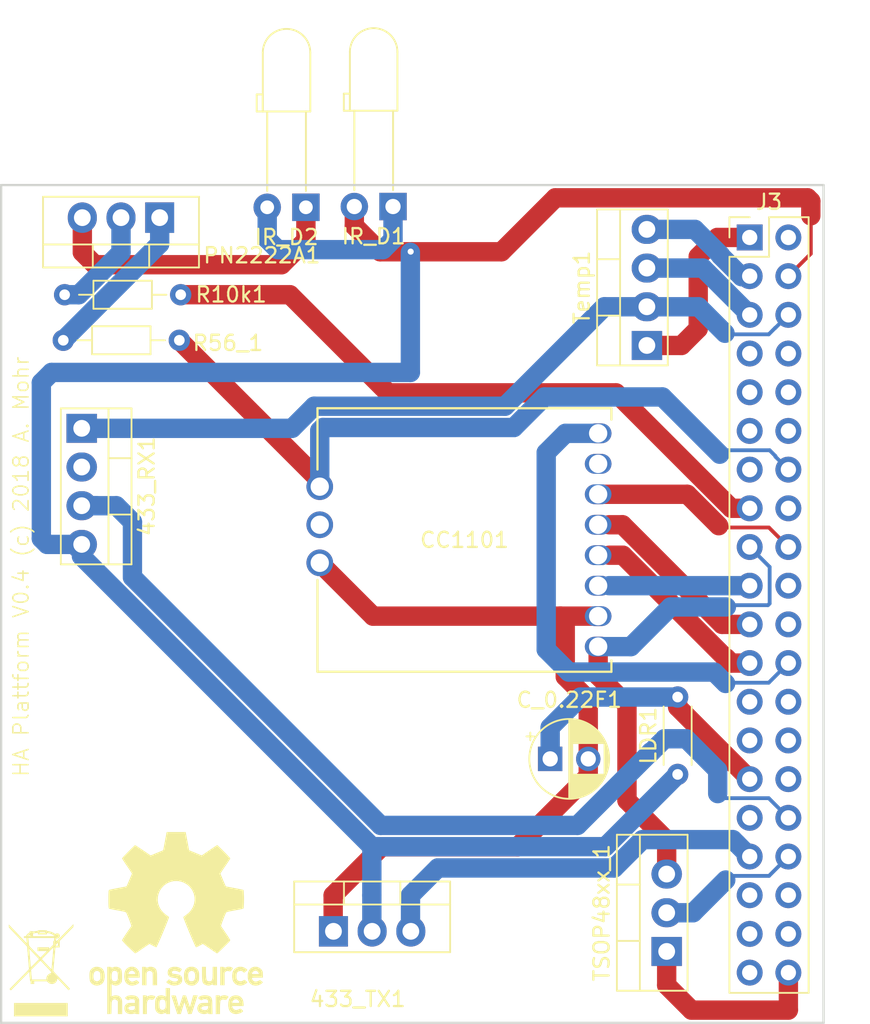
<source format=kicad_pcb>
(kicad_pcb (version 20171130) (host pcbnew "(5.0.0-rc2-dev-482-gf81c77cd4)")

  (general
    (thickness 1.6)
    (drawings 5)
    (tracks 166)
    (zones 0)
    (modules 15)
    (nets 23)
  )

  (page A4)
  (layers
    (0 F.Cu signal)
    (31 B.Cu signal)
    (32 B.Adhes user)
    (33 F.Adhes user)
    (34 B.Paste user)
    (35 F.Paste user)
    (36 B.SilkS user)
    (37 F.SilkS user)
    (38 B.Mask user)
    (39 F.Mask user)
    (40 Dwgs.User user)
    (41 Cmts.User user)
    (42 Eco1.User user)
    (43 Eco2.User user)
    (44 Edge.Cuts user)
    (45 Margin user)
    (46 B.CrtYd user)
    (47 F.CrtYd user)
    (48 B.Fab user)
    (49 F.Fab user)
  )

  (setup
    (last_trace_width 0.25)
    (user_trace_width 1.27)
    (trace_clearance 0.127)
    (zone_clearance 0.508)
    (zone_45_only no)
    (trace_min 0.127)
    (segment_width 0.2)
    (edge_width 0.15)
    (via_size 0.6)
    (via_drill 0.4)
    (via_min_size 0.508)
    (via_min_drill 0.3)
    (uvia_size 0.3)
    (uvia_drill 0.1)
    (uvias_allowed no)
    (uvia_min_size 0.2)
    (uvia_min_drill 0.1)
    (pcb_text_width 0.3)
    (pcb_text_size 1.5 1.5)
    (mod_edge_width 0.15)
    (mod_text_size 1 1)
    (mod_text_width 0.15)
    (pad_size 1.75 1.3)
    (pad_drill 1.2)
    (pad_to_mask_clearance 0.2)
    (aux_axis_origin 90.2208 61.2394)
    (visible_elements FFFFFFFF)
    (pcbplotparams
      (layerselection 0x010f0_ffffffff)
      (usegerberextensions true)
      (usegerberattributes false)
      (usegerberadvancedattributes false)
      (creategerberjobfile false)
      (excludeedgelayer true)
      (linewidth 0.100000)
      (plotframeref false)
      (viasonmask false)
      (mode 1)
      (useauxorigin false)
      (hpglpennumber 1)
      (hpglpenspeed 20)
      (hpglpendiameter 15)
      (psnegative false)
      (psa4output false)
      (plotreference true)
      (plotvalue true)
      (plotinvisibletext false)
      (padsonsilk false)
      (subtractmaskfromsilk false)
      (outputformat 1)
      (mirror false)
      (drillshape 0)
      (scaleselection 1)
      (outputdirectory plot/))
  )

  (net 0 "")
  (net 1 "Net-(J3-Pad15)")
  (net 2 "Net-(J3-Pad5)")
  (net 3 "Net-(J3-Pad3)")
  (net 4 "Net-(C_0.22F1-Pad1)")
  (net 5 "Net-(CC1101-Pad8)")
  (net 6 "Net-(CC1101-Pad6)")
  (net 7 "Net-(CC1101-Pad5)")
  (net 8 "Net-(CC1101-Pad4)")
  (net 9 "Net-(CC1101-Pad3)")
  (net 10 "Net-(IR_D1-Pad1)")
  (net 11 "Net-(IR_D2-Pad1)")
  (net 12 "Net-(433_RX1-Pad1)")
  (net 13 "Net-(433_RX1-Pad4)")
  (net 14 "Net-(433_TX1-Pad3)")
  (net 15 "Net-(PN2222A1-Pad2)")
  (net 16 "Net-(PN2222A1-Pad1)")
  (net 17 "Net-(433_RX1-Pad3)")
  (net 18 "Net-(433_TX1-Pad1)")
  (net 19 "Net-(J3-Pad40)")
  (net 20 "Net-(J3-Pad34)")
  (net 21 "Net-(CC1101-Pad1)")
  (net 22 "Net-(J3-Pad1)")

  (net_class Default "This is the default net class."
    (clearance 0.127)
    (trace_width 0.25)
    (via_dia 0.6)
    (via_drill 0.4)
    (uvia_dia 0.3)
    (uvia_drill 0.1)
    (add_net "Net-(433_RX1-Pad1)")
    (add_net "Net-(433_RX1-Pad3)")
    (add_net "Net-(433_RX1-Pad4)")
    (add_net "Net-(433_TX1-Pad1)")
    (add_net "Net-(433_TX1-Pad3)")
    (add_net "Net-(CC1101-Pad1)")
    (add_net "Net-(CC1101-Pad3)")
    (add_net "Net-(CC1101-Pad4)")
    (add_net "Net-(CC1101-Pad5)")
    (add_net "Net-(CC1101-Pad6)")
    (add_net "Net-(CC1101-Pad8)")
    (add_net "Net-(C_0.22F1-Pad1)")
    (add_net "Net-(IR_D1-Pad1)")
    (add_net "Net-(IR_D2-Pad1)")
    (add_net "Net-(J3-Pad1)")
    (add_net "Net-(J3-Pad15)")
    (add_net "Net-(J3-Pad3)")
    (add_net "Net-(J3-Pad34)")
    (add_net "Net-(J3-Pad40)")
    (add_net "Net-(J3-Pad5)")
    (add_net "Net-(PN2222A1-Pad1)")
    (add_net "Net-(PN2222A1-Pad2)")
  )

  (net_class 1.27mm ""
    (clearance 0.127)
    (trace_width 1.27)
    (via_dia 0.6)
    (via_drill 0.4)
    (uvia_dia 0.3)
    (uvia_drill 0.1)
  )

  (module Package_TO_SOT_THT:TO-220-3_Vertical (layer F.Cu) (tedit 5AC8BA0D) (tstamp 5B199447)
    (at 41.82 68.99)
    (descr "TO-220-3, Vertical, RM 2.54mm, see https://www.vishay.com/docs/66542/to-220-1.pdf")
    (tags "TO-220-3 Vertical RM 2.54mm")
    (path /5AD8F089)
    (fp_text reference 433_TX1 (at 1.59 4.45) (layer F.SilkS)
      (effects (font (size 1 1) (thickness 0.15)))
    )
    (fp_text value "433 MHz transmit" (at 2.54 2.5) (layer F.Fab)
      (effects (font (size 1 1) (thickness 0.15)))
    )
    (fp_text user %R (at 2.54 -4.27) (layer F.Fab)
      (effects (font (size 1 1) (thickness 0.15)))
    )
    (fp_line (start 7.79 -3.4) (end -2.71 -3.4) (layer F.CrtYd) (width 0.05))
    (fp_line (start 7.79 1.51) (end 7.79 -3.4) (layer F.CrtYd) (width 0.05))
    (fp_line (start -2.71 1.51) (end 7.79 1.51) (layer F.CrtYd) (width 0.05))
    (fp_line (start -2.71 -3.4) (end -2.71 1.51) (layer F.CrtYd) (width 0.05))
    (fp_line (start 4.391 -3.27) (end 4.391 -1.76) (layer F.SilkS) (width 0.12))
    (fp_line (start 0.69 -3.27) (end 0.69 -1.76) (layer F.SilkS) (width 0.12))
    (fp_line (start -2.58 -1.76) (end 7.66 -1.76) (layer F.SilkS) (width 0.12))
    (fp_line (start 7.66 -3.27) (end 7.66 1.371) (layer F.SilkS) (width 0.12))
    (fp_line (start -2.58 -3.27) (end -2.58 1.371) (layer F.SilkS) (width 0.12))
    (fp_line (start -2.58 1.371) (end 7.66 1.371) (layer F.SilkS) (width 0.12))
    (fp_line (start -2.58 -3.27) (end 7.66 -3.27) (layer F.SilkS) (width 0.12))
    (fp_line (start 4.39 -3.15) (end 4.39 -1.88) (layer F.Fab) (width 0.1))
    (fp_line (start 0.69 -3.15) (end 0.69 -1.88) (layer F.Fab) (width 0.1))
    (fp_line (start -2.46 -1.88) (end 7.54 -1.88) (layer F.Fab) (width 0.1))
    (fp_line (start 7.54 -3.15) (end -2.46 -3.15) (layer F.Fab) (width 0.1))
    (fp_line (start 7.54 1.25) (end 7.54 -3.15) (layer F.Fab) (width 0.1))
    (fp_line (start -2.46 1.25) (end 7.54 1.25) (layer F.Fab) (width 0.1))
    (fp_line (start -2.46 -3.15) (end -2.46 1.25) (layer F.Fab) (width 0.1))
    (pad 3 thru_hole oval (at 5.08 0) (size 1.905 2) (drill 1.1) (layers *.Cu *.Mask)
      (net 14 "Net-(433_TX1-Pad3)"))
    (pad 2 thru_hole oval (at 2.54 0) (size 1.905 2) (drill 1.1) (layers *.Cu *.Mask)
      (net 13 "Net-(433_RX1-Pad4)"))
    (pad 1 thru_hole rect (at 0 0) (size 1.905 2) (drill 1.1) (layers *.Cu *.Mask)
      (net 18 "Net-(433_TX1-Pad1)"))
    (model ${KISYS3DMOD}/Package_TO_SOT_THT.3dshapes/TO-220-3_Vertical.wrl
      (at (xyz 0 0 0))
      (scale (xyz 1 1 1))
      (rotate (xyz 0 0 0))
    )
  )

  (module Package_TO_SOT_THT:TO-220-4_Vertical (layer F.Cu) (tedit 5ACC4AF2) (tstamp 5B199431)
    (at 25.29 35.97 270)
    (descr "TO-220-4, Vertical, RM 2.54mm")
    (tags "TO-220-4 Vertical RM 2.54mm")
    (path /5AD90BD9)
    (fp_text reference 433_RX1 (at 3.81 -4.27 270) (layer F.SilkS)
      (effects (font (size 1 1) (thickness 0.15)))
    )
    (fp_text value "433 Mhz receive" (at 3.81 2.5 270) (layer F.Fab)
      (effects (font (size 1 1) (thickness 0.15)))
    )
    (fp_text user %R (at 3.81 -4.27 270) (layer F.Fab)
      (effects (font (size 1 1) (thickness 0.15)))
    )
    (fp_line (start 9.06 -3.4) (end -1.44 -3.4) (layer F.CrtYd) (width 0.05))
    (fp_line (start 9.06 1.51) (end 9.06 -3.4) (layer F.CrtYd) (width 0.05))
    (fp_line (start -1.44 1.51) (end 9.06 1.51) (layer F.CrtYd) (width 0.05))
    (fp_line (start -1.44 -3.4) (end -1.44 1.51) (layer F.CrtYd) (width 0.05))
    (fp_line (start 5.66 -3.27) (end 5.66 -1.76) (layer F.SilkS) (width 0.12))
    (fp_line (start 1.96 -3.27) (end 1.96 -1.76) (layer F.SilkS) (width 0.12))
    (fp_line (start -1.31 -1.76) (end 8.93 -1.76) (layer F.SilkS) (width 0.12))
    (fp_line (start 8.93 -3.27) (end 8.93 1.371) (layer F.SilkS) (width 0.12))
    (fp_line (start -1.31 -3.27) (end -1.31 1.371) (layer F.SilkS) (width 0.12))
    (fp_line (start -1.31 1.371) (end 8.93 1.371) (layer F.SilkS) (width 0.12))
    (fp_line (start -1.31 -3.27) (end 8.93 -3.27) (layer F.SilkS) (width 0.12))
    (fp_line (start 5.66 -3.15) (end 5.66 -1.88) (layer F.Fab) (width 0.1))
    (fp_line (start 1.96 -3.15) (end 1.96 -1.88) (layer F.Fab) (width 0.1))
    (fp_line (start -1.19 -1.88) (end 8.81 -1.88) (layer F.Fab) (width 0.1))
    (fp_line (start 8.81 -3.15) (end -1.19 -3.15) (layer F.Fab) (width 0.1))
    (fp_line (start 8.81 1.25) (end 8.81 -3.15) (layer F.Fab) (width 0.1))
    (fp_line (start -1.19 1.25) (end 8.81 1.25) (layer F.Fab) (width 0.1))
    (fp_line (start -1.19 -3.15) (end -1.19 1.25) (layer F.Fab) (width 0.1))
    (pad 4 thru_hole oval (at 7.62 0 270) (size 1.905 2) (drill 1.1) (layers *.Cu *.Mask)
      (net 13 "Net-(433_RX1-Pad4)"))
    (pad 3 thru_hole oval (at 5.08 0 270) (size 1.905 2) (drill 1.1) (layers *.Cu *.Mask)
      (net 17 "Net-(433_RX1-Pad3)"))
    (pad 2 thru_hole oval (at 2.54 0 270) (size 1.905 2) (drill 1.1) (layers *.Cu *.Mask))
    (pad 1 thru_hole rect (at 0 0 270) (size 1.905 2) (drill 1.1) (layers *.Cu *.Mask)
      (net 12 "Net-(433_RX1-Pad1)"))
    (model ${KISYS3DMOD}/Package_TO_SOT_THT.3dshapes/TO-220-4_Vertical.wrl
      (at (xyz 0 0 0))
      (scale (xyz 1 1 1))
      (rotate (xyz 0 0 0))
    )
  )

  (module Package_TO_SOT_THT:TO-220-3_Vertical (layer F.Cu) (tedit 5AC8BA0D) (tstamp 5B19953F)
    (at 63.7 70.31 90)
    (descr "TO-220-3, Vertical, RM 2.54mm, see https://www.vishay.com/docs/66542/to-220-1.pdf")
    (tags "TO-220-3 Vertical RM 2.54mm")
    (path /5AFDFBCA)
    (fp_text reference TSOP48xx_1 (at 2.54 -4.27 90) (layer F.SilkS)
      (effects (font (size 1 1) (thickness 0.15)))
    )
    (fp_text value TSOP45xx_0 (at 2.54 2.5 90) (layer F.Fab)
      (effects (font (size 1 1) (thickness 0.15)))
    )
    (fp_text user %R (at 2.54 -4.27 90) (layer F.Fab)
      (effects (font (size 1 1) (thickness 0.15)))
    )
    (fp_line (start 7.79 -3.4) (end -2.71 -3.4) (layer F.CrtYd) (width 0.05))
    (fp_line (start 7.79 1.51) (end 7.79 -3.4) (layer F.CrtYd) (width 0.05))
    (fp_line (start -2.71 1.51) (end 7.79 1.51) (layer F.CrtYd) (width 0.05))
    (fp_line (start -2.71 -3.4) (end -2.71 1.51) (layer F.CrtYd) (width 0.05))
    (fp_line (start 4.391 -3.27) (end 4.391 -1.76) (layer F.SilkS) (width 0.12))
    (fp_line (start 0.69 -3.27) (end 0.69 -1.76) (layer F.SilkS) (width 0.12))
    (fp_line (start -2.58 -1.76) (end 7.66 -1.76) (layer F.SilkS) (width 0.12))
    (fp_line (start 7.66 -3.27) (end 7.66 1.371) (layer F.SilkS) (width 0.12))
    (fp_line (start -2.58 -3.27) (end -2.58 1.371) (layer F.SilkS) (width 0.12))
    (fp_line (start -2.58 1.371) (end 7.66 1.371) (layer F.SilkS) (width 0.12))
    (fp_line (start -2.58 -3.27) (end 7.66 -3.27) (layer F.SilkS) (width 0.12))
    (fp_line (start 4.39 -3.15) (end 4.39 -1.88) (layer F.Fab) (width 0.1))
    (fp_line (start 0.69 -3.15) (end 0.69 -1.88) (layer F.Fab) (width 0.1))
    (fp_line (start -2.46 -1.88) (end 7.54 -1.88) (layer F.Fab) (width 0.1))
    (fp_line (start 7.54 -3.15) (end -2.46 -3.15) (layer F.Fab) (width 0.1))
    (fp_line (start 7.54 1.25) (end 7.54 -3.15) (layer F.Fab) (width 0.1))
    (fp_line (start -2.46 1.25) (end 7.54 1.25) (layer F.Fab) (width 0.1))
    (fp_line (start -2.46 -3.15) (end -2.46 1.25) (layer F.Fab) (width 0.1))
    (pad 3 thru_hole oval (at 5.08 0 90) (size 1.905 2) (drill 1.1) (layers *.Cu *.Mask)
      (net 21 "Net-(CC1101-Pad1)"))
    (pad 2 thru_hole oval (at 2.54 0 90) (size 1.905 2) (drill 1.1) (layers *.Cu *.Mask)
      (net 20 "Net-(J3-Pad34)"))
    (pad 1 thru_hole rect (at 0 0 90) (size 1.905 2) (drill 1.1) (layers *.Cu *.Mask)
      (net 19 "Net-(J3-Pad40)"))
    (model ${KISYS3DMOD}/Package_TO_SOT_THT.3dshapes/TO-220-3_Vertical.wrl
      (at (xyz 0 0 0))
      (scale (xyz 1 1 1))
      (rotate (xyz 0 0 0))
    )
  )

  (module Package_TO_SOT_THT:TO-220-3_Vertical (layer F.Cu) (tedit 5AC8BA0D) (tstamp 5B1998B2)
    (at 30.41 22.14 180)
    (descr "TO-220-3, Vertical, RM 2.54mm, see https://www.vishay.com/docs/66542/to-220-1.pdf")
    (tags "TO-220-3 Vertical RM 2.54mm")
    (path /5AD78D35)
    (fp_text reference PN2222A1 (at -6.71 -2.48 180) (layer F.SilkS)
      (effects (font (size 1 1) (thickness 0.15)))
    )
    (fp_text value PN2222A (at 2.54 2.5 180) (layer F.Fab)
      (effects (font (size 1 1) (thickness 0.15)))
    )
    (fp_text user %R (at 2.54 -4.27 180) (layer F.Fab)
      (effects (font (size 1 1) (thickness 0.15)))
    )
    (fp_line (start 7.79 -3.4) (end -2.71 -3.4) (layer F.CrtYd) (width 0.05))
    (fp_line (start 7.79 1.51) (end 7.79 -3.4) (layer F.CrtYd) (width 0.05))
    (fp_line (start -2.71 1.51) (end 7.79 1.51) (layer F.CrtYd) (width 0.05))
    (fp_line (start -2.71 -3.4) (end -2.71 1.51) (layer F.CrtYd) (width 0.05))
    (fp_line (start 4.391 -3.27) (end 4.391 -1.76) (layer F.SilkS) (width 0.12))
    (fp_line (start 0.69 -3.27) (end 0.69 -1.76) (layer F.SilkS) (width 0.12))
    (fp_line (start -2.58 -1.76) (end 7.66 -1.76) (layer F.SilkS) (width 0.12))
    (fp_line (start 7.66 -3.27) (end 7.66 1.371) (layer F.SilkS) (width 0.12))
    (fp_line (start -2.58 -3.27) (end -2.58 1.371) (layer F.SilkS) (width 0.12))
    (fp_line (start -2.58 1.371) (end 7.66 1.371) (layer F.SilkS) (width 0.12))
    (fp_line (start -2.58 -3.27) (end 7.66 -3.27) (layer F.SilkS) (width 0.12))
    (fp_line (start 4.39 -3.15) (end 4.39 -1.88) (layer F.Fab) (width 0.1))
    (fp_line (start 0.69 -3.15) (end 0.69 -1.88) (layer F.Fab) (width 0.1))
    (fp_line (start -2.46 -1.88) (end 7.54 -1.88) (layer F.Fab) (width 0.1))
    (fp_line (start 7.54 -3.15) (end -2.46 -3.15) (layer F.Fab) (width 0.1))
    (fp_line (start 7.54 1.25) (end 7.54 -3.15) (layer F.Fab) (width 0.1))
    (fp_line (start -2.46 1.25) (end 7.54 1.25) (layer F.Fab) (width 0.1))
    (fp_line (start -2.46 -3.15) (end -2.46 1.25) (layer F.Fab) (width 0.1))
    (pad 3 thru_hole oval (at 5.08 0 180) (size 1.905 2) (drill 1.1) (layers *.Cu *.Mask)
      (net 11 "Net-(IR_D2-Pad1)"))
    (pad 2 thru_hole oval (at 2.54 0 180) (size 1.905 2) (drill 1.1) (layers *.Cu *.Mask)
      (net 15 "Net-(PN2222A1-Pad2)"))
    (pad 1 thru_hole rect (at 0 0 180) (size 1.905 2) (drill 1.1) (layers *.Cu *.Mask)
      (net 16 "Net-(PN2222A1-Pad1)"))
    (model ${KISYS3DMOD}/Package_TO_SOT_THT.3dshapes/TO-220-3_Vertical.wrl
      (at (xyz 0 0 0))
      (scale (xyz 1 1 1))
      (rotate (xyz 0 0 0))
    )
  )

  (module Capacitor_THT:CP_Radial_D5.0mm_P2.50mm (layer F.Cu) (tedit 5B199D2D) (tstamp 5B1ADDBB)
    (at 56.05 57.67)
    (descr "CP, Radial series, Radial, pin pitch=2.50mm, , diameter=5mm, Electrolytic Capacitor")
    (tags "CP Radial series Radial pin pitch 2.50mm  diameter 5mm Electrolytic Capacitor")
    (path /5ADD3A24)
    (fp_text reference C_0.22F1 (at 1.25 -3.87) (layer F.SilkS)
      (effects (font (size 1 1) (thickness 0.15)))
    )
    (fp_text value 0.22F (at 1.25 3.87) (layer F.Fab)
      (effects (font (size 1 1) (thickness 0.15)))
    )
    (fp_circle (center 1.25 0) (end 3.75 0) (layer F.Fab) (width 0.1))
    (fp_circle (center 1.25 0) (end 3.87 0) (layer F.SilkS) (width 0.12))
    (fp_circle (center 1.25 0) (end 4 0) (layer F.CrtYd) (width 0.05))
    (fp_line (start -0.883605 -1.0875) (end -0.383605 -1.0875) (layer F.Fab) (width 0.1))
    (fp_line (start -0.633605 -1.3375) (end -0.633605 -0.8375) (layer F.Fab) (width 0.1))
    (fp_line (start 1.25 -2.58) (end 1.25 2.58) (layer F.SilkS) (width 0.12))
    (fp_line (start 1.29 -2.58) (end 1.29 2.58) (layer F.SilkS) (width 0.12))
    (fp_line (start 1.33 -2.579) (end 1.33 2.579) (layer F.SilkS) (width 0.12))
    (fp_line (start 1.37 -2.578) (end 1.37 2.578) (layer F.SilkS) (width 0.12))
    (fp_line (start 1.41 -2.576) (end 1.41 2.576) (layer F.SilkS) (width 0.12))
    (fp_line (start 1.45 -2.573) (end 1.45 2.573) (layer F.SilkS) (width 0.12))
    (fp_line (start 1.49 -2.569) (end 1.49 -1.04) (layer F.SilkS) (width 0.12))
    (fp_line (start 1.49 1.04) (end 1.49 2.569) (layer F.SilkS) (width 0.12))
    (fp_line (start 1.53 -2.565) (end 1.53 -1.04) (layer F.SilkS) (width 0.12))
    (fp_line (start 1.53 1.04) (end 1.53 2.565) (layer F.SilkS) (width 0.12))
    (fp_line (start 1.57 -2.561) (end 1.57 -1.04) (layer F.SilkS) (width 0.12))
    (fp_line (start 1.57 1.04) (end 1.57 2.561) (layer F.SilkS) (width 0.12))
    (fp_line (start 1.61 -2.556) (end 1.61 -1.04) (layer F.SilkS) (width 0.12))
    (fp_line (start 1.61 1.04) (end 1.61 2.556) (layer F.SilkS) (width 0.12))
    (fp_line (start 1.65 -2.55) (end 1.65 -1.04) (layer F.SilkS) (width 0.12))
    (fp_line (start 1.65 1.04) (end 1.65 2.55) (layer F.SilkS) (width 0.12))
    (fp_line (start 1.69 -2.543) (end 1.69 -1.04) (layer F.SilkS) (width 0.12))
    (fp_line (start 1.69 1.04) (end 1.69 2.543) (layer F.SilkS) (width 0.12))
    (fp_line (start 1.73 -2.536) (end 1.73 -1.04) (layer F.SilkS) (width 0.12))
    (fp_line (start 1.73 1.04) (end 1.73 2.536) (layer F.SilkS) (width 0.12))
    (fp_line (start 1.77 -2.528) (end 1.77 -1.04) (layer F.SilkS) (width 0.12))
    (fp_line (start 1.77 1.04) (end 1.77 2.528) (layer F.SilkS) (width 0.12))
    (fp_line (start 1.81 -2.52) (end 1.81 -1.04) (layer F.SilkS) (width 0.12))
    (fp_line (start 1.81 1.04) (end 1.81 2.52) (layer F.SilkS) (width 0.12))
    (fp_line (start 1.85 -2.511) (end 1.85 -1.04) (layer F.SilkS) (width 0.12))
    (fp_line (start 1.85 1.04) (end 1.85 2.511) (layer F.SilkS) (width 0.12))
    (fp_line (start 1.89 -2.501) (end 1.89 -1.04) (layer F.SilkS) (width 0.12))
    (fp_line (start 1.89 1.04) (end 1.89 2.501) (layer F.SilkS) (width 0.12))
    (fp_line (start 1.93 -2.491) (end 1.93 -1.04) (layer F.SilkS) (width 0.12))
    (fp_line (start 1.93 1.04) (end 1.93 2.491) (layer F.SilkS) (width 0.12))
    (fp_line (start 1.971 -2.48) (end 1.971 -1.04) (layer F.SilkS) (width 0.12))
    (fp_line (start 1.971 1.04) (end 1.971 2.48) (layer F.SilkS) (width 0.12))
    (fp_line (start 2.011 -2.468) (end 2.011 -1.04) (layer F.SilkS) (width 0.12))
    (fp_line (start 2.011 1.04) (end 2.011 2.468) (layer F.SilkS) (width 0.12))
    (fp_line (start 2.051 -2.455) (end 2.051 -1.04) (layer F.SilkS) (width 0.12))
    (fp_line (start 2.051 1.04) (end 2.051 2.455) (layer F.SilkS) (width 0.12))
    (fp_line (start 2.091 -2.442) (end 2.091 -1.04) (layer F.SilkS) (width 0.12))
    (fp_line (start 2.091 1.04) (end 2.091 2.442) (layer F.SilkS) (width 0.12))
    (fp_line (start 2.131 -2.428) (end 2.131 -1.04) (layer F.SilkS) (width 0.12))
    (fp_line (start 2.131 1.04) (end 2.131 2.428) (layer F.SilkS) (width 0.12))
    (fp_line (start 2.171 -2.414) (end 2.171 -1.04) (layer F.SilkS) (width 0.12))
    (fp_line (start 2.171 1.04) (end 2.171 2.414) (layer F.SilkS) (width 0.12))
    (fp_line (start 2.211 -2.398) (end 2.211 -1.04) (layer F.SilkS) (width 0.12))
    (fp_line (start 2.211 1.04) (end 2.211 2.398) (layer F.SilkS) (width 0.12))
    (fp_line (start 2.251 -2.382) (end 2.251 -1.04) (layer F.SilkS) (width 0.12))
    (fp_line (start 2.251 1.04) (end 2.251 2.382) (layer F.SilkS) (width 0.12))
    (fp_line (start 2.291 -2.365) (end 2.291 -1.04) (layer F.SilkS) (width 0.12))
    (fp_line (start 2.291 1.04) (end 2.291 2.365) (layer F.SilkS) (width 0.12))
    (fp_line (start 2.331 -2.348) (end 2.331 -1.04) (layer F.SilkS) (width 0.12))
    (fp_line (start 2.331 1.04) (end 2.331 2.348) (layer F.SilkS) (width 0.12))
    (fp_line (start 2.371 -2.329) (end 2.371 -1.04) (layer F.SilkS) (width 0.12))
    (fp_line (start 2.371 1.04) (end 2.371 2.329) (layer F.SilkS) (width 0.12))
    (fp_line (start 2.411 -2.31) (end 2.411 -1.04) (layer F.SilkS) (width 0.12))
    (fp_line (start 2.411 1.04) (end 2.411 2.31) (layer F.SilkS) (width 0.12))
    (fp_line (start 2.451 -2.29) (end 2.451 -1.04) (layer F.SilkS) (width 0.12))
    (fp_line (start 2.451 1.04) (end 2.451 2.29) (layer F.SilkS) (width 0.12))
    (fp_line (start 2.491 -2.268) (end 2.491 -1.04) (layer F.SilkS) (width 0.12))
    (fp_line (start 2.491 1.04) (end 2.491 2.268) (layer F.SilkS) (width 0.12))
    (fp_line (start 2.531 -2.247) (end 2.531 -1.04) (layer F.SilkS) (width 0.12))
    (fp_line (start 2.531 1.04) (end 2.531 2.247) (layer F.SilkS) (width 0.12))
    (fp_line (start 2.571 -2.224) (end 2.571 -1.04) (layer F.SilkS) (width 0.12))
    (fp_line (start 2.571 1.04) (end 2.571 2.224) (layer F.SilkS) (width 0.12))
    (fp_line (start 2.611 -2.2) (end 2.611 -1.04) (layer F.SilkS) (width 0.12))
    (fp_line (start 2.611 1.04) (end 2.611 2.2) (layer F.SilkS) (width 0.12))
    (fp_line (start 2.651 -2.175) (end 2.651 -1.04) (layer F.SilkS) (width 0.12))
    (fp_line (start 2.651 1.04) (end 2.651 2.175) (layer F.SilkS) (width 0.12))
    (fp_line (start 2.691 -2.149) (end 2.691 -1.04) (layer F.SilkS) (width 0.12))
    (fp_line (start 2.691 1.04) (end 2.691 2.149) (layer F.SilkS) (width 0.12))
    (fp_line (start 2.731 -2.122) (end 2.731 -1.04) (layer F.SilkS) (width 0.12))
    (fp_line (start 2.731 1.04) (end 2.731 2.122) (layer F.SilkS) (width 0.12))
    (fp_line (start 2.771 -2.095) (end 2.771 -1.04) (layer F.SilkS) (width 0.12))
    (fp_line (start 2.771 1.04) (end 2.771 2.095) (layer F.SilkS) (width 0.12))
    (fp_line (start 2.811 -2.065) (end 2.811 -1.04) (layer F.SilkS) (width 0.12))
    (fp_line (start 2.811 1.04) (end 2.811 2.065) (layer F.SilkS) (width 0.12))
    (fp_line (start 2.851 -2.035) (end 2.851 -1.04) (layer F.SilkS) (width 0.12))
    (fp_line (start 2.851 1.04) (end 2.851 2.035) (layer F.SilkS) (width 0.12))
    (fp_line (start 2.891 -2.004) (end 2.891 -1.04) (layer F.SilkS) (width 0.12))
    (fp_line (start 2.891 1.04) (end 2.891 2.004) (layer F.SilkS) (width 0.12))
    (fp_line (start 2.931 -1.971) (end 2.931 -1.04) (layer F.SilkS) (width 0.12))
    (fp_line (start 2.931 1.04) (end 2.931 1.971) (layer F.SilkS) (width 0.12))
    (fp_line (start 2.971 -1.937) (end 2.971 -1.04) (layer F.SilkS) (width 0.12))
    (fp_line (start 2.971 1.04) (end 2.971 1.937) (layer F.SilkS) (width 0.12))
    (fp_line (start 3.011 -1.901) (end 3.011 -1.04) (layer F.SilkS) (width 0.12))
    (fp_line (start 3.011 1.04) (end 3.011 1.901) (layer F.SilkS) (width 0.12))
    (fp_line (start 3.051 -1.864) (end 3.051 -1.04) (layer F.SilkS) (width 0.12))
    (fp_line (start 3.051 1.04) (end 3.051 1.864) (layer F.SilkS) (width 0.12))
    (fp_line (start 3.091 -1.826) (end 3.091 -1.04) (layer F.SilkS) (width 0.12))
    (fp_line (start 3.091 1.04) (end 3.091 1.826) (layer F.SilkS) (width 0.12))
    (fp_line (start 3.131 -1.785) (end 3.131 -1.04) (layer F.SilkS) (width 0.12))
    (fp_line (start 3.131 1.04) (end 3.131 1.785) (layer F.SilkS) (width 0.12))
    (fp_line (start 3.171 -1.743) (end 3.171 -1.04) (layer F.SilkS) (width 0.12))
    (fp_line (start 3.171 1.04) (end 3.171 1.743) (layer F.SilkS) (width 0.12))
    (fp_line (start 3.211 -1.699) (end 3.211 -1.04) (layer F.SilkS) (width 0.12))
    (fp_line (start 3.211 1.04) (end 3.211 1.699) (layer F.SilkS) (width 0.12))
    (fp_line (start 3.251 -1.653) (end 3.251 -1.04) (layer F.SilkS) (width 0.12))
    (fp_line (start 3.251 1.04) (end 3.251 1.653) (layer F.SilkS) (width 0.12))
    (fp_line (start 3.291 -1.605) (end 3.291 -1.04) (layer F.SilkS) (width 0.12))
    (fp_line (start 3.291 1.04) (end 3.291 1.605) (layer F.SilkS) (width 0.12))
    (fp_line (start 3.331 -1.554) (end 3.331 -1.04) (layer F.SilkS) (width 0.12))
    (fp_line (start 3.331 1.04) (end 3.331 1.554) (layer F.SilkS) (width 0.12))
    (fp_line (start 3.371 -1.5) (end 3.371 -1.04) (layer F.SilkS) (width 0.12))
    (fp_line (start 3.371 1.04) (end 3.371 1.5) (layer F.SilkS) (width 0.12))
    (fp_line (start 3.411 -1.443) (end 3.411 -1.04) (layer F.SilkS) (width 0.12))
    (fp_line (start 3.411 1.04) (end 3.411 1.443) (layer F.SilkS) (width 0.12))
    (fp_line (start 3.451 -1.383) (end 3.451 -1.04) (layer F.SilkS) (width 0.12))
    (fp_line (start 3.451 1.04) (end 3.451 1.383) (layer F.SilkS) (width 0.12))
    (fp_line (start 3.491 -1.319) (end 3.491 -1.04) (layer F.SilkS) (width 0.12))
    (fp_line (start 3.491 1.04) (end 3.491 1.319) (layer F.SilkS) (width 0.12))
    (fp_line (start 3.531 -1.251) (end 3.531 -1.04) (layer F.SilkS) (width 0.12))
    (fp_line (start 3.531 1.04) (end 3.531 1.251) (layer F.SilkS) (width 0.12))
    (fp_line (start 3.571 -1.178) (end 3.571 1.178) (layer F.SilkS) (width 0.12))
    (fp_line (start 3.611 -1.098) (end 3.611 1.098) (layer F.SilkS) (width 0.12))
    (fp_line (start 3.651 -1.011) (end 3.651 1.011) (layer F.SilkS) (width 0.12))
    (fp_line (start 3.691 -0.915) (end 3.691 0.915) (layer F.SilkS) (width 0.12))
    (fp_line (start 3.731 -0.805) (end 3.731 0.805) (layer F.SilkS) (width 0.12))
    (fp_line (start 3.771 -0.677) (end 3.771 0.677) (layer F.SilkS) (width 0.12))
    (fp_line (start 3.811 -0.518) (end 3.811 0.518) (layer F.SilkS) (width 0.12))
    (fp_line (start 3.851 -0.284) (end 3.851 0.284) (layer F.SilkS) (width 0.12))
    (fp_line (start -1.554775 -1.475) (end -1.054775 -1.475) (layer F.SilkS) (width 0.12))
    (fp_line (start -1.304775 -1.725) (end -1.304775 -1.225) (layer F.SilkS) (width 0.12))
    (fp_text user %R (at 1.17 -2.69) (layer F.Fab)
      (effects (font (size 1 1) (thickness 0.15)))
    )
    (pad 1 thru_hole rect (at 0 0) (size 1.6 1.6) (drill 1) (layers *.Cu *.Mask)
      (net 4 "Net-(C_0.22F1-Pad1)"))
    (pad 2 thru_hole circle (at 2.5 0) (size 1.6 1.6) (drill 1) (layers *.Cu *.Mask)
      (net 18 "Net-(433_TX1-Pad1)"))
    (model ${KISYS3DMOD}/Capacitor_THT.3dshapes/CP_Radial_D5.0mm_P2.50mm.wrl
      (at (xyz 0 0 0))
      (scale (xyz 1 1 1))
      (rotate (xyz 0 0 0))
    )
  )

  (module LED_THT:LED_D3.0mm_Horizontal_O6.35mm_Z10.0mm (layer F.Cu) (tedit 5880A862) (tstamp 5B1A5172)
    (at 40.01 21.46 180)
    (descr "LED, diameter 3.0mm z-position of LED center 2.0mm, 2 pins, diameter 3.0mm z-position of LED center 2.0mm, 2 pins, diameter 3.0mm z-position of LED center 2.0mm, 2 pins, diameter 3.0mm z-position of LED center 6.0mm, 2 pins, diameter 3.0mm z-position of LED center 6.0mm, 2 pins, diameter 3.0mm z-position of LED center 6.0mm, 2 pins, diameter 3.0mm z-position of LED center 10.0mm, 2 pins, diameter 3.0mm z-position of LED center 10.0mm, 2 pins, diameter 3.0mm z-position of LED center 10.0mm, 2 pins")
    (tags "LED diameter 3.0mm z-position of LED center 2.0mm 2 pins diameter 3.0mm z-position of LED center 2.0mm 2 pins diameter 3.0mm z-position of LED center 2.0mm 2 pins diameter 3.0mm z-position of LED center 6.0mm 2 pins diameter 3.0mm z-position of LED center 6.0mm 2 pins diameter 3.0mm z-position of LED center 6.0mm 2 pins diameter 3.0mm z-position of LED center 10.0mm 2 pins diameter 3.0mm z-position of LED center 10.0mm 2 pins diameter 3.0mm z-position of LED center 10.0mm 2 pins")
    (path /5AD7905C)
    (fp_text reference IR_D2 (at 1.27 -1.96 180) (layer F.SilkS)
      (effects (font (size 1 1) (thickness 0.15)))
    )
    (fp_text value IRL81A (at 1.27 12.71 180) (layer F.Fab)
      (effects (font (size 1 1) (thickness 0.15)))
    )
    (fp_arc (start 1.27 10.15) (end -0.23 10.15) (angle -180) (layer F.Fab) (width 0.1))
    (fp_arc (start 1.27 10.15) (end -0.29 10.15) (angle -180) (layer F.SilkS) (width 0.12))
    (fp_line (start -0.23 6.35) (end -0.23 10.15) (layer F.Fab) (width 0.1))
    (fp_line (start 2.77 6.35) (end 2.77 10.15) (layer F.Fab) (width 0.1))
    (fp_line (start -0.23 6.35) (end 2.77 6.35) (layer F.Fab) (width 0.1))
    (fp_line (start 3.17 6.35) (end 3.17 7.35) (layer F.Fab) (width 0.1))
    (fp_line (start 3.17 7.35) (end 2.77 7.35) (layer F.Fab) (width 0.1))
    (fp_line (start 2.77 7.35) (end 2.77 6.35) (layer F.Fab) (width 0.1))
    (fp_line (start 2.77 6.35) (end 3.17 6.35) (layer F.Fab) (width 0.1))
    (fp_line (start 0 0) (end 0 6.35) (layer F.Fab) (width 0.1))
    (fp_line (start 0 6.35) (end 0 6.35) (layer F.Fab) (width 0.1))
    (fp_line (start 0 6.35) (end 0 0) (layer F.Fab) (width 0.1))
    (fp_line (start 0 0) (end 0 0) (layer F.Fab) (width 0.1))
    (fp_line (start 2.54 0) (end 2.54 6.35) (layer F.Fab) (width 0.1))
    (fp_line (start 2.54 6.35) (end 2.54 6.35) (layer F.Fab) (width 0.1))
    (fp_line (start 2.54 6.35) (end 2.54 0) (layer F.Fab) (width 0.1))
    (fp_line (start 2.54 0) (end 2.54 0) (layer F.Fab) (width 0.1))
    (fp_line (start -0.29 6.29) (end -0.29 10.15) (layer F.SilkS) (width 0.12))
    (fp_line (start 2.83 6.29) (end 2.83 10.15) (layer F.SilkS) (width 0.12))
    (fp_line (start -0.29 6.29) (end 2.83 6.29) (layer F.SilkS) (width 0.12))
    (fp_line (start 3.23 6.29) (end 3.23 7.41) (layer F.SilkS) (width 0.12))
    (fp_line (start 3.23 7.41) (end 2.83 7.41) (layer F.SilkS) (width 0.12))
    (fp_line (start 2.83 7.41) (end 2.83 6.29) (layer F.SilkS) (width 0.12))
    (fp_line (start 2.83 6.29) (end 3.23 6.29) (layer F.SilkS) (width 0.12))
    (fp_line (start 0 1.08) (end 0 6.29) (layer F.SilkS) (width 0.12))
    (fp_line (start 0 6.29) (end 0 6.29) (layer F.SilkS) (width 0.12))
    (fp_line (start 0 6.29) (end 0 1.08) (layer F.SilkS) (width 0.12))
    (fp_line (start 0 1.08) (end 0 1.08) (layer F.SilkS) (width 0.12))
    (fp_line (start 2.54 1.08) (end 2.54 6.29) (layer F.SilkS) (width 0.12))
    (fp_line (start 2.54 6.29) (end 2.54 6.29) (layer F.SilkS) (width 0.12))
    (fp_line (start 2.54 6.29) (end 2.54 1.08) (layer F.SilkS) (width 0.12))
    (fp_line (start 2.54 1.08) (end 2.54 1.08) (layer F.SilkS) (width 0.12))
    (fp_line (start -1.25 -1.25) (end -1.25 12) (layer F.CrtYd) (width 0.05))
    (fp_line (start -1.25 12) (end 3.75 12) (layer F.CrtYd) (width 0.05))
    (fp_line (start 3.75 12) (end 3.75 -1.25) (layer F.CrtYd) (width 0.05))
    (fp_line (start 3.75 -1.25) (end -1.25 -1.25) (layer F.CrtYd) (width 0.05))
    (pad 1 thru_hole rect (at 0 0 180) (size 1.8 1.8) (drill 0.9) (layers *.Cu *.Mask)
      (net 11 "Net-(IR_D2-Pad1)"))
    (pad 2 thru_hole circle (at 2.54 0 180) (size 1.8 1.8) (drill 0.9) (layers *.Cu *.Mask)
      (net 10 "Net-(IR_D1-Pad1)"))
    (model ${KISYS3DMOD}/LED_THT.3dshapes/LED_D3.0mm_Horizontal_O6.35mm_Z10.0mm.wrl
      (at (xyz 0 0 0))
      (scale (xyz 1 1 1))
      (rotate (xyz 0 0 0))
    )
  )

  (module LED_THT:LED_D3.0mm_Horizontal_O6.35mm_Z10.0mm (layer F.Cu) (tedit 5B199B84) (tstamp 5B1A470F)
    (at 45.73 21.41 180)
    (descr "LED, diameter 3.0mm z-position of LED center 2.0mm, 2 pins, diameter 3.0mm z-position of LED center 2.0mm, 2 pins, diameter 3.0mm z-position of LED center 2.0mm, 2 pins, diameter 3.0mm z-position of LED center 6.0mm, 2 pins, diameter 3.0mm z-position of LED center 6.0mm, 2 pins, diameter 3.0mm z-position of LED center 6.0mm, 2 pins, diameter 3.0mm z-position of LED center 10.0mm, 2 pins, diameter 3.0mm z-position of LED center 10.0mm, 2 pins, diameter 3.0mm z-position of LED center 10.0mm, 2 pins")
    (tags "LED diameter 3.0mm z-position of LED center 2.0mm 2 pins diameter 3.0mm z-position of LED center 2.0mm 2 pins diameter 3.0mm z-position of LED center 2.0mm 2 pins diameter 3.0mm z-position of LED center 6.0mm 2 pins diameter 3.0mm z-position of LED center 6.0mm 2 pins diameter 3.0mm z-position of LED center 6.0mm 2 pins diameter 3.0mm z-position of LED center 10.0mm 2 pins diameter 3.0mm z-position of LED center 10.0mm 2 pins diameter 3.0mm z-position of LED center 10.0mm 2 pins")
    (path /5AD79006)
    (fp_text reference IR_D1 (at 1.27 -1.96 180) (layer F.SilkS)
      (effects (font (size 1 1) (thickness 0.15)))
    )
    (fp_text value IRL81A (at 1.27 12.71 180) (layer F.Fab)
      (effects (font (size 1 1) (thickness 0.15)))
    )
    (fp_arc (start 1.27 10.15) (end -0.23 10.15) (angle -180) (layer F.Fab) (width 0.1))
    (fp_arc (start 1.27 10.15) (end -0.29 10.15) (angle -180) (layer F.SilkS) (width 0.12))
    (fp_line (start -0.23 6.35) (end -0.23 10.15) (layer F.Fab) (width 0.1))
    (fp_line (start 2.77 6.35) (end 2.77 10.15) (layer F.Fab) (width 0.1))
    (fp_line (start -0.23 6.35) (end 2.77 6.35) (layer F.Fab) (width 0.1))
    (fp_line (start 3.17 6.35) (end 3.17 7.35) (layer F.Fab) (width 0.1))
    (fp_line (start 3.17 7.35) (end 2.77 7.35) (layer F.Fab) (width 0.1))
    (fp_line (start 2.77 7.35) (end 2.77 6.35) (layer F.Fab) (width 0.1))
    (fp_line (start 2.77 6.35) (end 3.17 6.35) (layer F.Fab) (width 0.1))
    (fp_line (start 0 0) (end 0 6.35) (layer F.Fab) (width 0.1))
    (fp_line (start 0 6.35) (end 0 6.35) (layer F.Fab) (width 0.1))
    (fp_line (start 0 6.35) (end 0 0) (layer F.Fab) (width 0.1))
    (fp_line (start 0 0) (end 0 0) (layer F.Fab) (width 0.1))
    (fp_line (start 2.54 0) (end 2.54 6.35) (layer F.Fab) (width 0.1))
    (fp_line (start 2.54 6.35) (end 2.54 6.35) (layer F.Fab) (width 0.1))
    (fp_line (start 2.54 6.35) (end 2.54 0) (layer F.Fab) (width 0.1))
    (fp_line (start 2.54 0) (end 2.54 0) (layer F.Fab) (width 0.1))
    (fp_line (start -0.29 6.29) (end -0.29 10.15) (layer F.SilkS) (width 0.12))
    (fp_line (start 2.83 6.29) (end 2.83 10.15) (layer F.SilkS) (width 0.12))
    (fp_line (start -0.29 6.29) (end 2.83 6.29) (layer F.SilkS) (width 0.12))
    (fp_line (start 3.23 6.29) (end 3.23 7.41) (layer F.SilkS) (width 0.12))
    (fp_line (start 3.23 7.41) (end 2.83 7.41) (layer F.SilkS) (width 0.12))
    (fp_line (start 2.83 7.41) (end 2.83 6.29) (layer F.SilkS) (width 0.12))
    (fp_line (start 2.83 6.29) (end 3.23 6.29) (layer F.SilkS) (width 0.12))
    (fp_line (start 0 1.08) (end 0 6.29) (layer F.SilkS) (width 0.12))
    (fp_line (start 0 6.29) (end 0 6.29) (layer F.SilkS) (width 0.12))
    (fp_line (start 0 6.29) (end 0 1.08) (layer F.SilkS) (width 0.12))
    (fp_line (start 0 1.08) (end 0 1.08) (layer F.SilkS) (width 0.12))
    (fp_line (start 2.54 1.08) (end 2.54 6.29) (layer F.SilkS) (width 0.12))
    (fp_line (start 2.54 6.29) (end 2.54 6.29) (layer F.SilkS) (width 0.12))
    (fp_line (start 2.54 6.29) (end 2.54 1.08) (layer F.SilkS) (width 0.12))
    (fp_line (start 2.54 1.08) (end 2.54 1.08) (layer F.SilkS) (width 0.12))
    (fp_line (start -1.25 -1.25) (end -1.25 12) (layer F.CrtYd) (width 0.05))
    (fp_line (start -1.25 12) (end 3.75 12) (layer F.CrtYd) (width 0.05))
    (fp_line (start 3.75 12) (end 3.75 -1.25) (layer F.CrtYd) (width 0.05))
    (fp_line (start 3.75 -1.25) (end -1.25 -1.25) (layer F.CrtYd) (width 0.05))
    (pad 1 thru_hole rect (at 0 0 180) (size 1.8 1.8) (drill 1) (layers *.Cu *.Mask)
      (net 10 "Net-(IR_D1-Pad1)"))
    (pad 2 thru_hole circle (at 2.54 0 180) (size 1.8 1.8) (drill 1) (layers *.Cu *.Mask)
      (net 13 "Net-(433_RX1-Pad4)"))
    (model ${KISYS3DMOD}/LED_THT.3dshapes/LED_D3.0mm_Horizontal_O6.35mm_Z10.0mm.wrl
      (at (xyz 0 0 0))
      (scale (xyz 1 1 1))
      (rotate (xyz 0 0 0))
    )
  )

  (module miscellaneous:CC1101-868MHz-Module (layer F.Cu) (tedit 5B365727) (tstamp 5B19A236)
    (at 50.42 43.3 180)
    (descr http://www.digirf.com/XWFU/2013/4f3751b81deca976.pdf)
    (path /5AD9CCE5)
    (fp_text reference CC1101 (at 0 0 180) (layer F.SilkS)
      (effects (font (size 1 1) (thickness 0.15)))
    )
    (fp_text value CC1101-868MHz-Module (at 0 -11 180) (layer F.Fab)
      (effects (font (size 1 1) (thickness 0.15)))
    )
    (fp_line (start -11 10) (end -11 -10) (layer F.CrtYd) (width 0.15))
    (fp_line (start 11 10) (end -11 10) (layer F.CrtYd) (width 0.15))
    (fp_line (start 11 -10) (end 11 10) (layer F.CrtYd) (width 0.15))
    (fp_line (start -11 -10) (end 11 -10) (layer F.CrtYd) (width 0.15))
    (fp_line (start -9.65 -7.9) (end -9.65 -8.65) (layer F.SilkS) (width 0.15))
    (fp_line (start -9.65 8.65) (end -9.65 7.9) (layer F.SilkS) (width 0.15))
    (fp_line (start 9.65 8.65) (end -9.65 8.65) (layer F.SilkS) (width 0.15))
    (fp_line (start 9.65 4.625) (end 9.65 8.65) (layer F.SilkS) (width 0.15))
    (fp_line (start 9.65 -8.65) (end 9.65 -2.625) (layer F.SilkS) (width 0.15))
    (fp_line (start -9.65 -8.65) (end 9.65 -8.65) (layer F.SilkS) (width 0.15))
    (fp_line (start -9.5 8.5) (end -9.5 -8.5) (layer F.Fab) (width 0.15))
    (fp_line (start 9.5 8.5) (end -9.5 8.5) (layer F.Fab) (width 0.15))
    (fp_line (start 9.5 -8.5) (end 9.5 8.5) (layer F.Fab) (width 0.15))
    (fp_line (start -9.5 -8.5) (end 9.5 -8.5) (layer F.Fab) (width 0.15))
    (pad 1 thru_hole oval (at -8.78 -7 180) (size 1.75 1.3) (drill 1.2) (layers *.Cu *.Mask)
      (net 21 "Net-(CC1101-Pad1)"))
    (pad 2 thru_hole oval (at -8.78 -5 180) (size 1.75 1.3) (drill 1.2) (layers *.Cu *.Mask)
      (net 18 "Net-(433_TX1-Pad1)"))
    (pad 3 thru_hole oval (at -8.78 -3 180) (size 1.75 1.3) (drill 1.2) (layers *.Cu *.Mask)
      (net 9 "Net-(CC1101-Pad3)"))
    (pad 4 thru_hole oval (at -8.78 -1 180) (size 1.75 1.3) (drill 1.2) (layers *.Cu *.Mask)
      (net 8 "Net-(CC1101-Pad4)"))
    (pad 5 thru_hole oval (at -8.78 1 180) (size 1.75 1.3) (drill 1.2) (layers *.Cu *.Mask)
      (net 7 "Net-(CC1101-Pad5)"))
    (pad 6 thru_hole oval (at -8.78 3 180) (size 1.75 1.3) (drill 1.2) (layers *.Cu *.Mask)
      (net 6 "Net-(CC1101-Pad6)"))
    (pad 7 thru_hole oval (at -8.78 5 180) (size 1.75 1.3) (drill 1.2) (layers *.Cu *.Mask))
    (pad 8 thru_hole oval (at -8.78 7 180) (size 1.75 1.3) (drill 1.2) (layers *.Cu *.Mask)
      (net 5 "Net-(CC1101-Pad8)"))
    (pad 9 thru_hole circle (at 9.5 3.5 180) (size 1.75 1.75) (drill 1.2) (layers *.Cu *.Mask)
      (net 18 "Net-(433_TX1-Pad1)"))
    (pad 10 thru_hole circle (at 9.5 1 180) (size 1.75 1.75) (drill 1.2) (layers *.Cu *.Mask))
    (pad 11 thru_hole circle (at 9.5 -1.5 180) (size 1.75 1.75) (drill 1.2) (layers *.Cu *.Mask)
      (net 18 "Net-(433_TX1-Pad1)"))
  )

  (module Connector_PinHeader_2.54mm:PinHeader_2x20_P2.54mm_Vertical (layer F.Cu) (tedit 59FED5CC) (tstamp 5AFEEB3D)
    (at 69.15 23.44)
    (descr "Through hole straight pin header, 2x20, 2.54mm pitch, double rows")
    (tags "Through hole pin header THT 2x20 2.54mm double row")
    (path /5AD7EDF3)
    (fp_text reference J3 (at 1.27 -2.33) (layer F.SilkS)
      (effects (font (size 1 1) (thickness 0.15)))
    )
    (fp_text value Raspberry_Pi_2_3 (at 1.27 50.59) (layer F.Fab)
      (effects (font (size 1 1) (thickness 0.15)))
    )
    (fp_text user %R (at 1.27 24.13 90) (layer F.Fab)
      (effects (font (size 1 1) (thickness 0.15)))
    )
    (fp_line (start 4.35 -1.8) (end -1.8 -1.8) (layer F.CrtYd) (width 0.05))
    (fp_line (start 4.35 50.05) (end 4.35 -1.8) (layer F.CrtYd) (width 0.05))
    (fp_line (start -1.8 50.05) (end 4.35 50.05) (layer F.CrtYd) (width 0.05))
    (fp_line (start -1.8 -1.8) (end -1.8 50.05) (layer F.CrtYd) (width 0.05))
    (fp_line (start -1.33 -1.33) (end 0 -1.33) (layer F.SilkS) (width 0.12))
    (fp_line (start -1.33 0) (end -1.33 -1.33) (layer F.SilkS) (width 0.12))
    (fp_line (start 1.27 -1.33) (end 3.87 -1.33) (layer F.SilkS) (width 0.12))
    (fp_line (start 1.27 1.27) (end 1.27 -1.33) (layer F.SilkS) (width 0.12))
    (fp_line (start -1.33 1.27) (end 1.27 1.27) (layer F.SilkS) (width 0.12))
    (fp_line (start 3.87 -1.33) (end 3.87 49.59) (layer F.SilkS) (width 0.12))
    (fp_line (start -1.33 1.27) (end -1.33 49.59) (layer F.SilkS) (width 0.12))
    (fp_line (start -1.33 49.59) (end 3.87 49.59) (layer F.SilkS) (width 0.12))
    (fp_line (start -1.27 0) (end 0 -1.27) (layer F.Fab) (width 0.1))
    (fp_line (start -1.27 49.53) (end -1.27 0) (layer F.Fab) (width 0.1))
    (fp_line (start 3.81 49.53) (end -1.27 49.53) (layer F.Fab) (width 0.1))
    (fp_line (start 3.81 -1.27) (end 3.81 49.53) (layer F.Fab) (width 0.1))
    (fp_line (start 0 -1.27) (end 3.81 -1.27) (layer F.Fab) (width 0.1))
    (pad 40 thru_hole oval (at 2.54 48.26) (size 1.7 1.7) (drill 1) (layers *.Cu *.Mask)
      (net 19 "Net-(J3-Pad40)"))
    (pad 39 thru_hole oval (at 0 48.26) (size 1.7 1.7) (drill 1) (layers *.Cu *.Mask))
    (pad 38 thru_hole oval (at 2.54 45.72) (size 1.7 1.7) (drill 1) (layers *.Cu *.Mask))
    (pad 37 thru_hole oval (at 0 45.72) (size 1.7 1.7) (drill 1) (layers *.Cu *.Mask))
    (pad 36 thru_hole oval (at 2.54 43.18) (size 1.7 1.7) (drill 1) (layers *.Cu *.Mask))
    (pad 35 thru_hole oval (at 0 43.18) (size 1.7 1.7) (drill 1) (layers *.Cu *.Mask))
    (pad 34 thru_hole oval (at 2.54 40.64) (size 1.7 1.7) (drill 1) (layers *.Cu *.Mask)
      (net 20 "Net-(J3-Pad34)"))
    (pad 33 thru_hole oval (at 0 40.64) (size 1.7 1.7) (drill 1) (layers *.Cu *.Mask)
      (net 14 "Net-(433_TX1-Pad3)"))
    (pad 32 thru_hole oval (at 2.54 38.1) (size 1.7 1.7) (drill 1) (layers *.Cu *.Mask)
      (net 17 "Net-(433_RX1-Pad3)"))
    (pad 31 thru_hole oval (at 0 38.1) (size 1.7 1.7) (drill 1) (layers *.Cu *.Mask))
    (pad 30 thru_hole oval (at 2.54 35.56) (size 1.7 1.7) (drill 1) (layers *.Cu *.Mask))
    (pad 29 thru_hole oval (at 0 35.56) (size 1.7 1.7) (drill 1) (layers *.Cu *.Mask)
      (net 4 "Net-(C_0.22F1-Pad1)"))
    (pad 28 thru_hole oval (at 2.54 33.02) (size 1.7 1.7) (drill 1) (layers *.Cu *.Mask))
    (pad 27 thru_hole oval (at 0 33.02) (size 1.7 1.7) (drill 1) (layers *.Cu *.Mask))
    (pad 26 thru_hole oval (at 2.54 30.48) (size 1.7 1.7) (drill 1) (layers *.Cu *.Mask))
    (pad 25 thru_hole oval (at 0 30.48) (size 1.7 1.7) (drill 1) (layers *.Cu *.Mask))
    (pad 24 thru_hole oval (at 2.54 27.94) (size 1.7 1.7) (drill 1) (layers *.Cu *.Mask)
      (net 5 "Net-(CC1101-Pad8)"))
    (pad 23 thru_hole oval (at 0 27.94) (size 1.7 1.7) (drill 1) (layers *.Cu *.Mask)
      (net 8 "Net-(CC1101-Pad4)"))
    (pad 22 thru_hole oval (at 2.54 25.4) (size 1.7 1.7) (drill 1) (layers *.Cu *.Mask))
    (pad 21 thru_hole oval (at 0 25.4) (size 1.7 1.7) (drill 1) (layers *.Cu *.Mask)
      (net 7 "Net-(CC1101-Pad5)"))
    (pad 20 thru_hole oval (at 2.54 22.86) (size 1.7 1.7) (drill 1) (layers *.Cu *.Mask))
    (pad 19 thru_hole oval (at 0 22.86) (size 1.7 1.7) (drill 1) (layers *.Cu *.Mask)
      (net 9 "Net-(CC1101-Pad3)"))
    (pad 18 thru_hole oval (at 2.54 20.32) (size 1.7 1.7) (drill 1) (layers *.Cu *.Mask)
      (net 6 "Net-(CC1101-Pad6)"))
    (pad 17 thru_hole oval (at 0 20.32) (size 1.7 1.7) (drill 1) (layers *.Cu *.Mask)
      (net 21 "Net-(CC1101-Pad1)"))
    (pad 16 thru_hole oval (at 2.54 17.78) (size 1.7 1.7) (drill 1) (layers *.Cu *.Mask))
    (pad 15 thru_hole oval (at 0 17.78) (size 1.7 1.7) (drill 1) (layers *.Cu *.Mask)
      (net 1 "Net-(J3-Pad15)"))
    (pad 14 thru_hole oval (at 2.54 15.24) (size 1.7 1.7) (drill 1) (layers *.Cu *.Mask)
      (net 18 "Net-(433_TX1-Pad1)"))
    (pad 13 thru_hole oval (at 0 15.24) (size 1.7 1.7) (drill 1) (layers *.Cu *.Mask))
    (pad 12 thru_hole oval (at 2.54 12.7) (size 1.7 1.7) (drill 1) (layers *.Cu *.Mask))
    (pad 11 thru_hole oval (at 0 12.7) (size 1.7 1.7) (drill 1) (layers *.Cu *.Mask))
    (pad 10 thru_hole oval (at 2.54 10.16) (size 1.7 1.7) (drill 1) (layers *.Cu *.Mask))
    (pad 9 thru_hole oval (at 0 10.16) (size 1.7 1.7) (drill 1) (layers *.Cu *.Mask))
    (pad 8 thru_hole oval (at 2.54 7.62) (size 1.7 1.7) (drill 1) (layers *.Cu *.Mask))
    (pad 7 thru_hole oval (at 0 7.62) (size 1.7 1.7) (drill 1) (layers *.Cu *.Mask))
    (pad 6 thru_hole oval (at 2.54 5.08) (size 1.7 1.7) (drill 1) (layers *.Cu *.Mask)
      (net 12 "Net-(433_RX1-Pad1)"))
    (pad 5 thru_hole oval (at 0 5.08) (size 1.7 1.7) (drill 1) (layers *.Cu *.Mask)
      (net 2 "Net-(J3-Pad5)"))
    (pad 4 thru_hole oval (at 2.54 2.54) (size 1.7 1.7) (drill 1) (layers *.Cu *.Mask)
      (net 13 "Net-(433_RX1-Pad4)"))
    (pad 3 thru_hole oval (at 0 2.54) (size 1.7 1.7) (drill 1) (layers *.Cu *.Mask)
      (net 3 "Net-(J3-Pad3)"))
    (pad 2 thru_hole oval (at 2.54 0) (size 1.7 1.7) (drill 1) (layers *.Cu *.Mask))
    (pad 1 thru_hole rect (at 0 0) (size 1.7 1.7) (drill 1) (layers *.Cu *.Mask)
      (net 22 "Net-(J3-Pad1)"))
    (model ${KISYS3DMOD}/Connector_PinHeader_2.54mm.3dshapes/PinHeader_2x20_P2.54mm_Vertical.wrl
      (at (xyz 0 0 0))
      (scale (xyz 1 1 1))
      (rotate (xyz 0 0 0))
    )
  )

  (module Resistor_THT:R_Axial_DIN0204_L3.6mm_D1.6mm_P5.08mm_Horizontal (layer F.Cu) (tedit 5A24F4B6) (tstamp 5B199898)
    (at 64.42 58.69 90)
    (descr "Resistor, Axial_DIN0204 series, Axial, Horizontal, pin pitch=5.08mm, 0.167W, length*diameter=3.6*1.6mm^2, http://cdn-reichelt.de/documents/datenblatt/B400/1_4W%23YAG.pdf")
    (tags "Resistor Axial_DIN0204 series Axial Horizontal pin pitch 5.08mm 0.167W length 3.6mm diameter 1.6mm")
    (path /5ADD3D70)
    (fp_text reference LDR1 (at 2.54 -1.92 90) (layer F.SilkS)
      (effects (font (size 1 1) (thickness 0.15)))
    )
    (fp_text value LDR03 (at 2.54 1.92 90) (layer F.Fab)
      (effects (font (size 1 1) (thickness 0.15)))
    )
    (fp_line (start 0.74 -0.8) (end 0.74 0.8) (layer F.Fab) (width 0.1))
    (fp_line (start 0.74 0.8) (end 4.34 0.8) (layer F.Fab) (width 0.1))
    (fp_line (start 4.34 0.8) (end 4.34 -0.8) (layer F.Fab) (width 0.1))
    (fp_line (start 4.34 -0.8) (end 0.74 -0.8) (layer F.Fab) (width 0.1))
    (fp_line (start 0 0) (end 0.74 0) (layer F.Fab) (width 0.1))
    (fp_line (start 5.08 0) (end 4.34 0) (layer F.Fab) (width 0.1))
    (fp_line (start 0.62 -0.92) (end 4.46 -0.92) (layer F.SilkS) (width 0.12))
    (fp_line (start 0.62 0.92) (end 4.46 0.92) (layer F.SilkS) (width 0.12))
    (fp_line (start -0.95 -1.2) (end -0.95 1.2) (layer F.CrtYd) (width 0.05))
    (fp_line (start -0.95 1.2) (end 6.05 1.2) (layer F.CrtYd) (width 0.05))
    (fp_line (start 6.05 1.2) (end 6.05 -1.2) (layer F.CrtYd) (width 0.05))
    (fp_line (start 6.05 -1.2) (end -0.95 -1.2) (layer F.CrtYd) (width 0.05))
    (fp_text user %R (at 2.54 0 90) (layer F.Fab)
      (effects (font (size 0.72 0.72) (thickness 0.108)))
    )
    (pad 1 thru_hole circle (at 0 0 90) (size 1.4 1.4) (drill 0.7) (layers *.Cu *.Mask)
      (net 13 "Net-(433_RX1-Pad4)"))
    (pad 2 thru_hole oval (at 5.08 0 90) (size 1.4 1.4) (drill 0.7) (layers *.Cu *.Mask)
      (net 4 "Net-(C_0.22F1-Pad1)"))
    (model ${KISYS3DMOD}/Resistor_THT.3dshapes/R_Axial_DIN0204_L3.6mm_D1.6mm_P5.08mm_Horizontal.wrl
      (at (xyz 0 0 0))
      (scale (xyz 1 1 1))
      (rotate (xyz 0 0 0))
    )
  )

  (module Resistor_THT:R_Axial_DIN0204_L3.6mm_D1.6mm_P7.62mm_Horizontal (layer F.Cu) (tedit 5A24F4B6) (tstamp 5B1998C9)
    (at 31.79 27.2 180)
    (descr "Resistor, Axial_DIN0204 series, Axial, Horizontal, pin pitch=7.62mm, 0.167W, length*diameter=3.6*1.6mm^2, http://cdn-reichelt.de/documents/datenblatt/B400/1_4W%23YAG.pdf")
    (tags "Resistor Axial_DIN0204 series Axial Horizontal pin pitch 7.62mm 0.167W length 3.6mm diameter 1.6mm")
    (path /5AD7918F)
    (fp_text reference R10k1 (at -3.31 0.01 180) (layer F.SilkS)
      (effects (font (size 1 1) (thickness 0.15)))
    )
    (fp_text value R10k (at -7.61 -0.11 180) (layer F.Fab)
      (effects (font (size 1 1) (thickness 0.15)))
    )
    (fp_line (start 2.01 -0.8) (end 2.01 0.8) (layer F.Fab) (width 0.1))
    (fp_line (start 2.01 0.8) (end 5.61 0.8) (layer F.Fab) (width 0.1))
    (fp_line (start 5.61 0.8) (end 5.61 -0.8) (layer F.Fab) (width 0.1))
    (fp_line (start 5.61 -0.8) (end 2.01 -0.8) (layer F.Fab) (width 0.1))
    (fp_line (start 0 0) (end 2.01 0) (layer F.Fab) (width 0.1))
    (fp_line (start 7.62 0) (end 5.61 0) (layer F.Fab) (width 0.1))
    (fp_line (start 1.89 -0.92) (end 1.89 0.92) (layer F.SilkS) (width 0.12))
    (fp_line (start 1.89 0.92) (end 5.73 0.92) (layer F.SilkS) (width 0.12))
    (fp_line (start 5.73 0.92) (end 5.73 -0.92) (layer F.SilkS) (width 0.12))
    (fp_line (start 5.73 -0.92) (end 1.89 -0.92) (layer F.SilkS) (width 0.12))
    (fp_line (start 0.94 0) (end 1.89 0) (layer F.SilkS) (width 0.12))
    (fp_line (start 6.68 0) (end 5.73 0) (layer F.SilkS) (width 0.12))
    (fp_line (start -0.95 -1.2) (end -0.95 1.2) (layer F.CrtYd) (width 0.05))
    (fp_line (start -0.95 1.2) (end 8.6 1.2) (layer F.CrtYd) (width 0.05))
    (fp_line (start 8.6 1.2) (end 8.6 -1.2) (layer F.CrtYd) (width 0.05))
    (fp_line (start 8.6 -1.2) (end -0.95 -1.2) (layer F.CrtYd) (width 0.05))
    (fp_text user %R (at 3.81 0 180) (layer F.Fab)
      (effects (font (size 0.72 0.72) (thickness 0.108)))
    )
    (pad 1 thru_hole circle (at 0 0 180) (size 1.4 1.4) (drill 0.7) (layers *.Cu *.Mask)
      (net 1 "Net-(J3-Pad15)"))
    (pad 2 thru_hole oval (at 7.62 0 180) (size 1.4 1.4) (drill 0.7) (layers *.Cu *.Mask)
      (net 15 "Net-(PN2222A1-Pad2)"))
    (model ${KISYS3DMOD}/Resistor_THT.3dshapes/R_Axial_DIN0204_L3.6mm_D1.6mm_P7.62mm_Horizontal.wrl
      (at (xyz 0 0 0))
      (scale (xyz 1 1 1))
      (rotate (xyz 0 0 0))
    )
  )

  (module Resistor_THT:R_Axial_DIN0204_L3.6mm_D1.6mm_P7.62mm_Horizontal (layer F.Cu) (tedit 5A24F4B6) (tstamp 5B1998E0)
    (at 24.08 30.19)
    (descr "Resistor, Axial_DIN0204 series, Axial, Horizontal, pin pitch=7.62mm, 0.167W, length*diameter=3.6*1.6mm^2, http://cdn-reichelt.de/documents/datenblatt/B400/1_4W%23YAG.pdf")
    (tags "Resistor Axial_DIN0204 series Axial Horizontal pin pitch 7.62mm 0.167W length 3.6mm diameter 1.6mm")
    (path /5AFCB103)
    (fp_text reference R56_1 (at 10.81 0.18) (layer F.SilkS)
      (effects (font (size 1 1) (thickness 0.15)))
    )
    (fp_text value R (at 3.81 1.92) (layer F.Fab)
      (effects (font (size 1 1) (thickness 0.15)))
    )
    (fp_text user %R (at 3.85 0.06) (layer F.Fab)
      (effects (font (size 0.72 0.72) (thickness 0.108)))
    )
    (fp_line (start 8.6 -1.2) (end -0.95 -1.2) (layer F.CrtYd) (width 0.05))
    (fp_line (start 8.6 1.2) (end 8.6 -1.2) (layer F.CrtYd) (width 0.05))
    (fp_line (start -0.95 1.2) (end 8.6 1.2) (layer F.CrtYd) (width 0.05))
    (fp_line (start -0.95 -1.2) (end -0.95 1.2) (layer F.CrtYd) (width 0.05))
    (fp_line (start 6.68 0) (end 5.73 0) (layer F.SilkS) (width 0.12))
    (fp_line (start 0.94 0) (end 1.89 0) (layer F.SilkS) (width 0.12))
    (fp_line (start 5.73 -0.92) (end 1.89 -0.92) (layer F.SilkS) (width 0.12))
    (fp_line (start 5.73 0.92) (end 5.73 -0.92) (layer F.SilkS) (width 0.12))
    (fp_line (start 1.89 0.92) (end 5.73 0.92) (layer F.SilkS) (width 0.12))
    (fp_line (start 1.89 -0.92) (end 1.89 0.92) (layer F.SilkS) (width 0.12))
    (fp_line (start 7.62 0) (end 5.61 0) (layer F.Fab) (width 0.1))
    (fp_line (start 0 0) (end 2.01 0) (layer F.Fab) (width 0.1))
    (fp_line (start 5.61 -0.8) (end 2.01 -0.8) (layer F.Fab) (width 0.1))
    (fp_line (start 5.61 0.8) (end 5.61 -0.8) (layer F.Fab) (width 0.1))
    (fp_line (start 2.01 0.8) (end 5.61 0.8) (layer F.Fab) (width 0.1))
    (fp_line (start 2.01 -0.8) (end 2.01 0.8) (layer F.Fab) (width 0.1))
    (pad 2 thru_hole oval (at 7.62 0) (size 1.4 1.4) (drill 0.7) (layers *.Cu *.Mask)
      (net 18 "Net-(433_TX1-Pad1)"))
    (pad 1 thru_hole circle (at 0 0) (size 1.4 1.4) (drill 0.7) (layers *.Cu *.Mask)
      (net 16 "Net-(PN2222A1-Pad1)"))
    (model ${KISYS3DMOD}/Resistor_THT.3dshapes/R_Axial_DIN0204_L3.6mm_D1.6mm_P7.62mm_Horizontal.wrl
      (at (xyz 0 0 0))
      (scale (xyz 1 1 1))
      (rotate (xyz 0 0 0))
    )
  )

  (module Package_TO_SOT_THT:TO-220-4_Vertical (layer F.Cu) (tedit 5ACC4AF2) (tstamp 5B1998FB)
    (at 62.4 30.53 90)
    (descr "TO-220-4, Vertical, RM 2.54mm")
    (tags "TO-220-4 Vertical RM 2.54mm")
    (path /5AD9766D)
    (fp_text reference Temp1 (at 3.81 -4.27 90) (layer F.SilkS)
      (effects (font (size 1 1) (thickness 0.15)))
    )
    (fp_text value "Temperature I2C" (at 3.81 2.5 90) (layer F.Fab)
      (effects (font (size 1 1) (thickness 0.15)))
    )
    (fp_text user %R (at 3.81 -4.27 90) (layer F.Fab)
      (effects (font (size 1 1) (thickness 0.15)))
    )
    (fp_line (start 9.06 -3.4) (end -1.44 -3.4) (layer F.CrtYd) (width 0.05))
    (fp_line (start 9.06 1.51) (end 9.06 -3.4) (layer F.CrtYd) (width 0.05))
    (fp_line (start -1.44 1.51) (end 9.06 1.51) (layer F.CrtYd) (width 0.05))
    (fp_line (start -1.44 -3.4) (end -1.44 1.51) (layer F.CrtYd) (width 0.05))
    (fp_line (start 5.66 -3.27) (end 5.66 -1.76) (layer F.SilkS) (width 0.12))
    (fp_line (start 1.96 -3.27) (end 1.96 -1.76) (layer F.SilkS) (width 0.12))
    (fp_line (start -1.31 -1.76) (end 8.93 -1.76) (layer F.SilkS) (width 0.12))
    (fp_line (start 8.93 -3.27) (end 8.93 1.371) (layer F.SilkS) (width 0.12))
    (fp_line (start -1.31 -3.27) (end -1.31 1.371) (layer F.SilkS) (width 0.12))
    (fp_line (start -1.31 1.371) (end 8.93 1.371) (layer F.SilkS) (width 0.12))
    (fp_line (start -1.31 -3.27) (end 8.93 -3.27) (layer F.SilkS) (width 0.12))
    (fp_line (start 5.66 -3.15) (end 5.66 -1.88) (layer F.Fab) (width 0.1))
    (fp_line (start 1.96 -3.15) (end 1.96 -1.88) (layer F.Fab) (width 0.1))
    (fp_line (start -1.19 -1.88) (end 8.81 -1.88) (layer F.Fab) (width 0.1))
    (fp_line (start 8.81 -3.15) (end -1.19 -3.15) (layer F.Fab) (width 0.1))
    (fp_line (start 8.81 1.25) (end 8.81 -3.15) (layer F.Fab) (width 0.1))
    (fp_line (start -1.19 1.25) (end 8.81 1.25) (layer F.Fab) (width 0.1))
    (fp_line (start -1.19 -3.15) (end -1.19 1.25) (layer F.Fab) (width 0.1))
    (pad 4 thru_hole oval (at 7.62 0 90) (size 1.905 2) (drill 1.1) (layers *.Cu *.Mask)
      (net 3 "Net-(J3-Pad3)"))
    (pad 3 thru_hole oval (at 5.08 0 90) (size 1.905 2) (drill 1.1) (layers *.Cu *.Mask)
      (net 2 "Net-(J3-Pad5)"))
    (pad 2 thru_hole oval (at 2.54 0 90) (size 1.905 2) (drill 1.1) (layers *.Cu *.Mask)
      (net 12 "Net-(433_RX1-Pad1)"))
    (pad 1 thru_hole rect (at 0 0 90) (size 1.905 2) (drill 1.1) (layers *.Cu *.Mask)
      (net 22 "Net-(J3-Pad1)"))
    (model ${KISYS3DMOD}/Package_TO_SOT_THT.3dshapes/TO-220-4_Vertical.wrl
      (at (xyz 0 0 0))
      (scale (xyz 1 1 1))
      (rotate (xyz 0 0 0))
    )
  )

  (module Symbol:OSHW-Logo_11.4x12mm_SilkScreen (layer F.Cu) (tedit 0) (tstamp 5B26BF9F)
    (at 31.48 68.44)
    (descr "Open Source Hardware Logo")
    (tags "Logo OSHW")
    (attr virtual)
    (fp_text reference REF** (at 0 0) (layer F.SilkS) hide
      (effects (font (size 1 1) (thickness 0.15)))
    )
    (fp_text value OSHW-Logo_11.4x12mm_SilkScreen (at 0.75 0) (layer F.Fab) hide
      (effects (font (size 1 1) (thickness 0.15)))
    )
    (fp_poly (pts (xy 0.746535 -5.366828) (xy 0.859117 -4.769637) (xy 1.274531 -4.59839) (xy 1.689944 -4.427143)
      (xy 2.188302 -4.766022) (xy 2.327868 -4.860378) (xy 2.454028 -4.944625) (xy 2.560895 -5.014917)
      (xy 2.642582 -5.067408) (xy 2.693201 -5.098251) (xy 2.706986 -5.104902) (xy 2.73182 -5.087797)
      (xy 2.784888 -5.040511) (xy 2.86024 -4.969083) (xy 2.951929 -4.879555) (xy 3.054007 -4.777966)
      (xy 3.160526 -4.670357) (xy 3.265536 -4.562768) (xy 3.363091 -4.46124) (xy 3.447242 -4.371814)
      (xy 3.51204 -4.300529) (xy 3.551538 -4.253427) (xy 3.56098 -4.237663) (xy 3.547391 -4.208602)
      (xy 3.509293 -4.144934) (xy 3.450694 -4.052888) (xy 3.375597 -3.938691) (xy 3.288009 -3.808571)
      (xy 3.237254 -3.734354) (xy 3.144745 -3.598833) (xy 3.06254 -3.476539) (xy 2.99463 -3.37356)
      (xy 2.945 -3.295982) (xy 2.91764 -3.249894) (xy 2.913529 -3.240208) (xy 2.922849 -3.212681)
      (xy 2.948254 -3.148527) (xy 2.985911 -3.056765) (xy 3.031986 -2.946416) (xy 3.082646 -2.8265)
      (xy 3.134059 -2.706036) (xy 3.182389 -2.594046) (xy 3.223806 -2.499548) (xy 3.254474 -2.431563)
      (xy 3.270562 -2.399112) (xy 3.271511 -2.397835) (xy 3.296772 -2.391638) (xy 3.364046 -2.377815)
      (xy 3.46636 -2.357723) (xy 3.596741 -2.332721) (xy 3.748216 -2.304169) (xy 3.836594 -2.287704)
      (xy 3.998452 -2.256886) (xy 4.144649 -2.227561) (xy 4.267787 -2.201334) (xy 4.360469 -2.179809)
      (xy 4.415301 -2.16459) (xy 4.426323 -2.159762) (xy 4.437119 -2.127081) (xy 4.445829 -2.05327)
      (xy 4.45246 -1.946963) (xy 4.457018 -1.816788) (xy 4.459509 -1.671379) (xy 4.459938 -1.519365)
      (xy 4.458311 -1.369378) (xy 4.454635 -1.230049) (xy 4.448915 -1.11001) (xy 4.441158 -1.01789)
      (xy 4.431368 -0.962323) (xy 4.425496 -0.950755) (xy 4.390399 -0.93689) (xy 4.316028 -0.917067)
      (xy 4.212223 -0.893616) (xy 4.088819 -0.868864) (xy 4.045741 -0.860857) (xy 3.838047 -0.822814)
      (xy 3.673984 -0.792176) (xy 3.54813 -0.767726) (xy 3.455065 -0.748246) (xy 3.389367 -0.732519)
      (xy 3.345617 -0.719327) (xy 3.318392 -0.707451) (xy 3.302272 -0.695675) (xy 3.300017 -0.693347)
      (xy 3.277503 -0.655855) (xy 3.243158 -0.58289) (xy 3.200411 -0.483388) (xy 3.152692 -0.366282)
      (xy 3.10343 -0.240507) (xy 3.056055 -0.114998) (xy 3.013995 0.00131) (xy 2.98068 0.099484)
      (xy 2.959541 0.170588) (xy 2.954005 0.205687) (xy 2.954466 0.206917) (xy 2.973223 0.235606)
      (xy 3.015776 0.29873) (xy 3.077653 0.389718) (xy 3.154382 0.502) (xy 3.241491 0.629005)
      (xy 3.266299 0.665098) (xy 3.354753 0.795948) (xy 3.432588 0.915336) (xy 3.495566 1.016407)
      (xy 3.539445 1.092304) (xy 3.559985 1.136172) (xy 3.56098 1.141562) (xy 3.543722 1.169889)
      (xy 3.496036 1.226006) (xy 3.42405 1.303882) (xy 3.333897 1.397485) (xy 3.231705 1.500786)
      (xy 3.123606 1.607751) (xy 3.015728 1.712351) (xy 2.914204 1.808554) (xy 2.825162 1.890329)
      (xy 2.754733 1.951645) (xy 2.709047 1.986471) (xy 2.696409 1.992157) (xy 2.666991 1.978765)
      (xy 2.606761 1.942644) (xy 2.52553 1.889881) (xy 2.46303 1.847412) (xy 2.349785 1.769485)
      (xy 2.215674 1.677729) (xy 2.081155 1.58612) (xy 2.008833 1.537091) (xy 1.764038 1.371515)
      (xy 1.558551 1.48262) (xy 1.464936 1.531293) (xy 1.38533 1.569126) (xy 1.331467 1.590703)
      (xy 1.317757 1.593706) (xy 1.30127 1.571538) (xy 1.268745 1.508894) (xy 1.222609 1.411554)
      (xy 1.16529 1.285294) (xy 1.099216 1.135895) (xy 1.026815 0.969133) (xy 0.950516 0.790787)
      (xy 0.872746 0.606636) (xy 0.795934 0.422457) (xy 0.722506 0.24403) (xy 0.654892 0.077132)
      (xy 0.59552 -0.072458) (xy 0.546816 -0.198962) (xy 0.51121 -0.296601) (xy 0.49113 -0.359598)
      (xy 0.4879 -0.381234) (xy 0.513496 -0.408831) (xy 0.569539 -0.45363) (xy 0.644311 -0.506321)
      (xy 0.650587 -0.51049) (xy 0.843845 -0.665186) (xy 0.999674 -0.845664) (xy 1.116724 -1.046153)
      (xy 1.193645 -1.260881) (xy 1.229086 -1.484078) (xy 1.221697 -1.709974) (xy 1.170127 -1.932796)
      (xy 1.073026 -2.146776) (xy 1.044458 -2.193591) (xy 0.895868 -2.382637) (xy 0.720327 -2.534443)
      (xy 0.52391 -2.648221) (xy 0.312693 -2.72318) (xy 0.092753 -2.758533) (xy -0.129837 -2.753488)
      (xy -0.348999 -2.707256) (xy -0.558658 -2.619049) (xy -0.752739 -2.488076) (xy -0.812774 -2.434918)
      (xy -0.965565 -2.268516) (xy -1.076903 -2.093343) (xy -1.153277 -1.896989) (xy -1.195813 -1.702538)
      (xy -1.206314 -1.483913) (xy -1.171299 -1.264203) (xy -1.094327 -1.050835) (xy -0.978953 -0.851233)
      (xy -0.828734 -0.672826) (xy -0.647227 -0.523038) (xy -0.623373 -0.507249) (xy -0.547799 -0.455543)
      (xy -0.490349 -0.410743) (xy -0.462883 -0.382138) (xy -0.462483 -0.381234) (xy -0.46838 -0.350291)
      (xy -0.491755 -0.280064) (xy -0.530179 -0.17633) (xy -0.581223 -0.044865) (xy -0.642458 0.108552)
      (xy -0.711456 0.278146) (xy -0.785786 0.458138) (xy -0.863022 0.642753) (xy -0.940732 0.826213)
      (xy -1.016489 1.002741) (xy -1.087863 1.166559) (xy -1.152426 1.311892) (xy -1.207748 1.432962)
      (xy -1.2514 1.523992) (xy -1.280954 1.579205) (xy -1.292856 1.593706) (xy -1.329223 1.582414)
      (xy -1.39727 1.55213) (xy -1.485263 1.508265) (xy -1.533649 1.48262) (xy -1.739137 1.371515)
      (xy -1.983932 1.537091) (xy -2.108894 1.621915) (xy -2.245705 1.715261) (xy -2.373911 1.803153)
      (xy -2.438129 1.847412) (xy -2.528449 1.908063) (xy -2.604929 1.956126) (xy -2.657593 1.985515)
      (xy -2.674698 1.991727) (xy -2.699595 1.974968) (xy -2.754695 1.928181) (xy -2.834657 1.856225)
      (xy -2.934139 1.763957) (xy -3.0478 1.656235) (xy -3.119685 1.587071) (xy -3.245449 1.463502)
      (xy -3.354137 1.352979) (xy -3.441355 1.26023) (xy -3.502711 1.189982) (xy -3.533809 1.146965)
      (xy -3.536792 1.138235) (xy -3.522947 1.105029) (xy -3.484688 1.037887) (xy -3.426258 0.943608)
      (xy -3.351903 0.82899) (xy -3.265865 0.700828) (xy -3.241397 0.665098) (xy -3.152245 0.535234)
      (xy -3.072262 0.418314) (xy -3.00592 0.320907) (xy -2.957689 0.249584) (xy -2.932043 0.210915)
      (xy -2.929565 0.206917) (xy -2.933271 0.1761) (xy -2.952939 0.108344) (xy -2.98514 0.012584)
      (xy -3.026445 -0.102246) (xy -3.073425 -0.227211) (xy -3.122651 -0.353376) (xy -3.170692 -0.471807)
      (xy -3.214119 -0.57357) (xy -3.249504 -0.649729) (xy -3.273416 -0.691351) (xy -3.275116 -0.693347)
      (xy -3.289738 -0.705242) (xy -3.314435 -0.717005) (xy -3.354628 -0.729854) (xy -3.415737 -0.745006)
      (xy -3.503183 -0.763679) (xy -3.622388 -0.78709) (xy -3.778773 -0.816458) (xy -3.977757 -0.853)
      (xy -4.02084 -0.860857) (xy -4.148529 -0.885528) (xy -4.259847 -0.909662) (xy -4.344955 -0.930931)
      (xy -4.394017 -0.947007) (xy -4.400595 -0.950755) (xy -4.411436 -0.983982) (xy -4.420247 -1.058234)
      (xy -4.427024 -1.164879) (xy -4.43176 -1.295288) (xy -4.43445 -1.440828) (xy -4.435087 -1.592869)
      (xy -4.433666 -1.742779) (xy -4.43018 -1.881927) (xy -4.424624 -2.001683) (xy -4.416992 -2.093414)
      (xy -4.407278 -2.148489) (xy -4.401422 -2.159762) (xy -4.36882 -2.171132) (xy -4.294582 -2.189631)
      (xy -4.186104 -2.213653) (xy -4.050783 -2.241593) (xy -3.896015 -2.271847) (xy -3.811692 -2.287704)
      (xy -3.651704 -2.317611) (xy -3.509033 -2.344705) (xy -3.390652 -2.367624) (xy -3.303535 -2.385012)
      (xy -3.254655 -2.395508) (xy -3.24661 -2.397835) (xy -3.233013 -2.424069) (xy -3.204271 -2.48726)
      (xy -3.164215 -2.578378) (xy -3.116676 -2.688398) (xy -3.065485 -2.80829) (xy -3.014474 -2.929028)
      (xy -2.967474 -3.041584) (xy -2.928316 -3.136929) (xy -2.900831 -3.206038) (xy -2.888851 -3.239881)
      (xy -2.888628 -3.24136) (xy -2.902209 -3.268058) (xy -2.940285 -3.329495) (xy -2.998853 -3.419566)
      (xy -3.073912 -3.532165) (xy -3.16146 -3.661185) (xy -3.212353 -3.735294) (xy -3.305091 -3.871178)
      (xy -3.387459 -3.994546) (xy -3.455439 -4.099158) (xy -3.505012 -4.178772) (xy -3.532158 -4.227148)
      (xy -3.536079 -4.237993) (xy -3.519225 -4.263235) (xy -3.472632 -4.317131) (xy -3.402251 -4.393642)
      (xy -3.314035 -4.486732) (xy -3.213935 -4.59036) (xy -3.107902 -4.698491) (xy -3.001889 -4.805085)
      (xy -2.901848 -4.904105) (xy -2.81373 -4.989513) (xy -2.743487 -5.05527) (xy -2.697072 -5.095339)
      (xy -2.681544 -5.104902) (xy -2.656261 -5.091455) (xy -2.595789 -5.05368) (xy -2.506008 -4.99542)
      (xy -2.392797 -4.920521) (xy -2.262036 -4.83283) (xy -2.1634 -4.766022) (xy -1.665043 -4.427143)
      (xy -1.249629 -4.59839) (xy -0.834216 -4.769637) (xy -0.721634 -5.366828) (xy -0.609051 -5.96402)
      (xy 0.633952 -5.96402) (xy 0.746535 -5.366828)) (layer F.SilkS) (width 0.01))
    (fp_poly (pts (xy 3.563637 2.887472) (xy 3.64929 2.913641) (xy 3.704437 2.946707) (xy 3.722401 2.972855)
      (xy 3.717457 3.003852) (xy 3.685372 3.052547) (xy 3.658243 3.087035) (xy 3.602317 3.149383)
      (xy 3.560299 3.175615) (xy 3.52448 3.173903) (xy 3.418224 3.146863) (xy 3.340189 3.148091)
      (xy 3.27682 3.178735) (xy 3.255546 3.19667) (xy 3.187451 3.259779) (xy 3.187451 4.083922)
      (xy 2.913529 4.083922) (xy 2.913529 2.888628) (xy 3.05049 2.888628) (xy 3.132719 2.891879)
      (xy 3.175144 2.903426) (xy 3.187445 2.925952) (xy 3.187451 2.92662) (xy 3.19326 2.950215)
      (xy 3.219531 2.947138) (xy 3.255931 2.930115) (xy 3.331111 2.898439) (xy 3.392158 2.879381)
      (xy 3.470708 2.874496) (xy 3.563637 2.887472)) (layer F.SilkS) (width 0.01))
    (fp_poly (pts (xy -1.49324 2.909199) (xy -1.431264 2.938802) (xy -1.371241 2.981561) (xy -1.325514 3.030775)
      (xy -1.292207 3.093544) (xy -1.269445 3.176971) (xy -1.255353 3.288159) (xy -1.248058 3.434209)
      (xy -1.245682 3.622223) (xy -1.245645 3.641912) (xy -1.245098 4.083922) (xy -1.51902 4.083922)
      (xy -1.51902 3.676435) (xy -1.519215 3.525471) (xy -1.520564 3.416056) (xy -1.524212 3.339933)
      (xy -1.531304 3.288848) (xy -1.542987 3.254545) (xy -1.560406 3.228768) (xy -1.584671 3.203298)
      (xy -1.669565 3.148571) (xy -1.762239 3.138416) (xy -1.850527 3.173017) (xy -1.88123 3.19877)
      (xy -1.903771 3.222982) (xy -1.919954 3.248912) (xy -1.930832 3.284708) (xy -1.937458 3.338519)
      (xy -1.940885 3.418493) (xy -1.942166 3.532779) (xy -1.942353 3.671907) (xy -1.942353 4.083922)
      (xy -2.216275 4.083922) (xy -2.216275 2.888628) (xy -2.079314 2.888628) (xy -1.997084 2.891879)
      (xy -1.95466 2.903426) (xy -1.942359 2.925952) (xy -1.942353 2.92662) (xy -1.936646 2.948681)
      (xy -1.911473 2.946177) (xy -1.861422 2.921937) (xy -1.747906 2.886271) (xy -1.618055 2.882305)
      (xy -1.49324 2.909199)) (layer F.SilkS) (width 0.01))
    (fp_poly (pts (xy 5.303287 2.884355) (xy 5.367051 2.899845) (xy 5.4893 2.956569) (xy 5.593834 3.043202)
      (xy 5.66618 3.147074) (xy 5.676119 3.170396) (xy 5.689754 3.231484) (xy 5.699298 3.321853)
      (xy 5.702549 3.41319) (xy 5.702549 3.585882) (xy 5.34147 3.585882) (xy 5.192546 3.586445)
      (xy 5.087632 3.589864) (xy 5.020937 3.598731) (xy 4.986666 3.615641) (xy 4.979028 3.643189)
      (xy 4.992229 3.683968) (xy 5.015877 3.731683) (xy 5.081843 3.811314) (xy 5.173512 3.850987)
      (xy 5.285555 3.849695) (xy 5.412472 3.806514) (xy 5.522158 3.753224) (xy 5.613173 3.825191)
      (xy 5.704188 3.897157) (xy 5.618563 3.976269) (xy 5.50425 4.051017) (xy 5.363666 4.096084)
      (xy 5.212449 4.108696) (xy 5.066236 4.086079) (xy 5.042647 4.078405) (xy 4.914141 4.011296)
      (xy 4.818551 3.911247) (xy 4.753861 3.775271) (xy 4.718057 3.60038) (xy 4.71764 3.596632)
      (xy 4.714434 3.406032) (xy 4.727393 3.338035) (xy 4.980392 3.338035) (xy 5.003627 3.348491)
      (xy 5.06671 3.3565) (xy 5.159706 3.361073) (xy 5.218638 3.361765) (xy 5.328537 3.361332)
      (xy 5.397252 3.358578) (xy 5.433405 3.351321) (xy 5.445615 3.337376) (xy 5.442504 3.314562)
      (xy 5.439894 3.305735) (xy 5.395344 3.2228) (xy 5.325279 3.15596) (xy 5.263446 3.126589)
      (xy 5.181301 3.128362) (xy 5.098062 3.16499) (xy 5.028238 3.225634) (xy 4.986337 3.299456)
      (xy 4.980392 3.338035) (xy 4.727393 3.338035) (xy 4.746385 3.238395) (xy 4.809773 3.097711)
      (xy 4.900878 2.987974) (xy 5.015978 2.913174) (xy 5.151355 2.877304) (xy 5.303287 2.884355)) (layer F.SilkS) (width 0.01))
    (fp_poly (pts (xy 4.390976 2.899056) (xy 4.535256 2.960348) (xy 4.580699 2.990185) (xy 4.638779 3.036036)
      (xy 4.675238 3.072089) (xy 4.681568 3.083832) (xy 4.663693 3.109889) (xy 4.61795 3.154105)
      (xy 4.581328 3.184965) (xy 4.481088 3.26552) (xy 4.401935 3.198918) (xy 4.340769 3.155921)
      (xy 4.281129 3.141079) (xy 4.212872 3.144704) (xy 4.104482 3.171652) (xy 4.029872 3.227587)
      (xy 3.98453 3.318014) (xy 3.963947 3.448435) (xy 3.963942 3.448517) (xy 3.965722 3.59429)
      (xy 3.993387 3.701245) (xy 4.048571 3.774064) (xy 4.086192 3.798723) (xy 4.186105 3.829431)
      (xy 4.292822 3.829449) (xy 4.385669 3.799655) (xy 4.407647 3.785098) (xy 4.462765 3.747914)
      (xy 4.505859 3.74182) (xy 4.552335 3.769496) (xy 4.603716 3.819205) (xy 4.685046 3.903116)
      (xy 4.594749 3.977546) (xy 4.455236 4.061549) (xy 4.297912 4.102947) (xy 4.133503 4.09995)
      (xy 4.025531 4.0725) (xy 3.899331 4.00462) (xy 3.798401 3.897831) (xy 3.752548 3.822451)
      (xy 3.71541 3.714297) (xy 3.696827 3.577318) (xy 3.696684 3.428864) (xy 3.714865 3.286281)
      (xy 3.751255 3.166918) (xy 3.756987 3.15468) (xy 3.841865 3.034655) (xy 3.956782 2.947267)
      (xy 4.092659 2.894329) (xy 4.240417 2.877654) (xy 4.390976 2.899056)) (layer F.SilkS) (width 0.01))
    (fp_poly (pts (xy 1.967254 3.276245) (xy 1.969608 3.458879) (xy 1.978207 3.5976) (xy 1.99536 3.698147)
      (xy 2.023374 3.766254) (xy 2.064557 3.807659) (xy 2.121217 3.828097) (xy 2.191372 3.833318)
      (xy 2.264848 3.827468) (xy 2.320657 3.806093) (xy 2.361109 3.763458) (xy 2.388509 3.693825)
      (xy 2.405167 3.59146) (xy 2.413389 3.450624) (xy 2.41549 3.276245) (xy 2.41549 2.888628)
      (xy 2.689411 2.888628) (xy 2.689411 4.083922) (xy 2.552451 4.083922) (xy 2.469884 4.080576)
      (xy 2.427368 4.068826) (xy 2.41549 4.04652) (xy 2.408336 4.026654) (xy 2.379865 4.030857)
      (xy 2.322476 4.058971) (xy 2.190945 4.102342) (xy 2.051438 4.09927) (xy 1.917765 4.052174)
      (xy 1.854108 4.014971) (xy 1.805553 3.974691) (xy 1.770081 3.924291) (xy 1.745674 3.856729)
      (xy 1.730313 3.764965) (xy 1.721982 3.641955) (xy 1.718662 3.480659) (xy 1.718235 3.355928)
      (xy 1.718235 2.888628) (xy 1.967254 2.888628) (xy 1.967254 3.276245)) (layer F.SilkS) (width 0.01))
    (fp_poly (pts (xy 1.209547 2.903364) (xy 1.335502 2.971959) (xy 1.434047 3.080245) (xy 1.480478 3.168315)
      (xy 1.500412 3.246101) (xy 1.513328 3.356993) (xy 1.518863 3.484738) (xy 1.516654 3.613084)
      (xy 1.506337 3.725779) (xy 1.494286 3.785969) (xy 1.453634 3.868311) (xy 1.38323 3.95577)
      (xy 1.298382 4.032251) (xy 1.214397 4.081655) (xy 1.212349 4.082439) (xy 1.108134 4.104027)
      (xy 0.984627 4.104562) (xy 0.867261 4.084908) (xy 0.821942 4.069155) (xy 0.70522 4.002966)
      (xy 0.621624 3.916246) (xy 0.566701 3.801438) (xy 0.535995 3.650982) (xy 0.529047 3.572173)
      (xy 0.529933 3.473145) (xy 0.796862 3.473145) (xy 0.805854 3.617645) (xy 0.831736 3.72776)
      (xy 0.872868 3.798116) (xy 0.902172 3.818235) (xy 0.977251 3.832265) (xy 1.066494 3.828111)
      (xy 1.14365 3.807922) (xy 1.163883 3.796815) (xy 1.217265 3.732123) (xy 1.2525 3.633119)
      (xy 1.267498 3.512632) (xy 1.260172 3.383494) (xy 1.243799 3.305775) (xy 1.19679 3.215771)
      (xy 1.122582 3.159509) (xy 1.033209 3.140057) (xy 0.940707 3.160481) (xy 0.869653 3.210437)
      (xy 0.832312 3.251655) (xy 0.810518 3.292281) (xy 0.80013 3.347264) (xy 0.797006 3.431549)
      (xy 0.796862 3.473145) (xy 0.529933 3.473145) (xy 0.53093 3.361874) (xy 0.56518 3.189423)
      (xy 0.631802 3.054814) (xy 0.730799 2.95804) (xy 0.862175 2.899094) (xy 0.890385 2.892259)
      (xy 1.059926 2.876213) (xy 1.209547 2.903364)) (layer F.SilkS) (width 0.01))
    (fp_poly (pts (xy 0.027759 2.884345) (xy 0.122059 2.902229) (xy 0.21989 2.939633) (xy 0.230343 2.944402)
      (xy 0.304531 2.983412) (xy 0.35591 3.019664) (xy 0.372517 3.042887) (xy 0.356702 3.080761)
      (xy 0.318288 3.136644) (xy 0.301237 3.157505) (xy 0.230969 3.239618) (xy 0.140379 3.186168)
      (xy 0.054164 3.150561) (xy -0.045451 3.131529) (xy -0.140981 3.130326) (xy -0.214939 3.14821)
      (xy -0.232688 3.159373) (xy -0.266488 3.210553) (xy -0.270596 3.269509) (xy -0.245304 3.315567)
      (xy -0.230344 3.324499) (xy -0.185514 3.335592) (xy -0.106714 3.34863) (xy -0.009574 3.361088)
      (xy 0.008346 3.363042) (xy 0.164365 3.39003) (xy 0.277523 3.435873) (xy 0.352569 3.504803)
      (xy 0.394253 3.601054) (xy 0.407238 3.718617) (xy 0.389299 3.852254) (xy 0.33105 3.957195)
      (xy 0.232255 4.03363) (xy 0.092682 4.081748) (xy -0.062255 4.100732) (xy -0.188602 4.100504)
      (xy -0.291087 4.083262) (xy -0.361079 4.059457) (xy -0.449517 4.017978) (xy -0.531246 3.969842)
      (xy -0.560295 3.948655) (xy -0.635 3.887676) (xy -0.544902 3.796508) (xy -0.454804 3.705339)
      (xy -0.352368 3.773128) (xy -0.249626 3.824042) (xy -0.139913 3.850673) (xy -0.034449 3.853483)
      (xy 0.055546 3.832935) (xy 0.118854 3.789493) (xy 0.139296 3.752838) (xy 0.136229 3.694053)
      (xy 0.085434 3.649099) (xy -0.012952 3.618057) (xy -0.120744 3.60371) (xy -0.286635 3.576337)
      (xy -0.409876 3.524693) (xy -0.492114 3.447266) (xy -0.534999 3.342544) (xy -0.54094 3.218387)
      (xy -0.511594 3.088702) (xy -0.444691 2.990677) (xy -0.339629 2.923866) (xy -0.19581 2.88782)
      (xy -0.089262 2.880754) (xy 0.027759 2.884345)) (layer F.SilkS) (width 0.01))
    (fp_poly (pts (xy -2.686796 2.916354) (xy -2.661981 2.928037) (xy -2.576094 2.990951) (xy -2.494879 3.082769)
      (xy -2.434236 3.183868) (xy -2.416988 3.230349) (xy -2.401251 3.313376) (xy -2.391867 3.413713)
      (xy -2.390728 3.455147) (xy -2.390589 3.585882) (xy -3.143047 3.585882) (xy -3.127007 3.654363)
      (xy -3.087637 3.735355) (xy -3.018806 3.805351) (xy -2.936919 3.850441) (xy -2.884737 3.859804)
      (xy -2.813971 3.848441) (xy -2.72954 3.819943) (xy -2.700858 3.806831) (xy -2.594791 3.753858)
      (xy -2.504272 3.822901) (xy -2.452039 3.869597) (xy -2.424247 3.90814) (xy -2.42284 3.919452)
      (xy -2.447668 3.946868) (xy -2.502083 3.988532) (xy -2.551472 4.021037) (xy -2.684748 4.079468)
      (xy -2.834161 4.105915) (xy -2.982249 4.099039) (xy -3.100295 4.063096) (xy -3.221982 3.986101)
      (xy -3.30846 3.884728) (xy -3.362559 3.75357) (xy -3.387109 3.587224) (xy -3.389286 3.511108)
      (xy -3.380573 3.336685) (xy -3.379503 3.331611) (xy -3.130173 3.331611) (xy -3.123306 3.347968)
      (xy -3.095083 3.356988) (xy -3.036873 3.360854) (xy -2.940042 3.361749) (xy -2.902757 3.361765)
      (xy -2.789317 3.360413) (xy -2.717378 3.355505) (xy -2.678687 3.34576) (xy -2.664995 3.329899)
      (xy -2.66451 3.324805) (xy -2.680137 3.284326) (xy -2.719247 3.227621) (xy -2.736061 3.207766)
      (xy -2.798481 3.151611) (xy -2.863547 3.129532) (xy -2.898603 3.127686) (xy -2.993442 3.150766)
      (xy -3.072973 3.212759) (xy -3.123423 3.302802) (xy -3.124317 3.305735) (xy -3.130173 3.331611)
      (xy -3.379503 3.331611) (xy -3.351601 3.199343) (xy -3.29941 3.089461) (xy -3.235579 3.011461)
      (xy -3.117567 2.926882) (xy -2.978842 2.881686) (xy -2.83129 2.8776) (xy -2.686796 2.916354)) (layer F.SilkS) (width 0.01))
    (fp_poly (pts (xy -5.026753 2.901568) (xy -4.896478 2.959163) (xy -4.797581 3.055334) (xy -4.729918 3.190229)
      (xy -4.693345 3.363996) (xy -4.690724 3.391126) (xy -4.68867 3.582408) (xy -4.715301 3.750073)
      (xy -4.768999 3.885967) (xy -4.797753 3.929681) (xy -4.897909 4.022198) (xy -5.025463 4.082119)
      (xy -5.168163 4.106985) (xy -5.31376 4.094339) (xy -5.424438 4.055391) (xy -5.519616 3.989755)
      (xy -5.597406 3.903699) (xy -5.598751 3.901685) (xy -5.630343 3.84857) (xy -5.650873 3.79516)
      (xy -5.663305 3.727754) (xy -5.670603 3.632653) (xy -5.673818 3.554666) (xy -5.675156 3.483944)
      (xy -5.426186 3.483944) (xy -5.423753 3.554348) (xy -5.41492 3.648068) (xy -5.399336 3.708214)
      (xy -5.371234 3.751006) (xy -5.344914 3.776002) (xy -5.251608 3.828338) (xy -5.15398 3.835333)
      (xy -5.063058 3.797676) (xy -5.017598 3.755479) (xy -4.984838 3.712956) (xy -4.965677 3.672267)
      (xy -4.957267 3.619314) (xy -4.956763 3.539997) (xy -4.959355 3.46695) (xy -4.964929 3.362601)
      (xy -4.973766 3.29492) (xy -4.989693 3.250774) (xy -5.016538 3.217031) (xy -5.037811 3.197746)
      (xy -5.126794 3.147086) (xy -5.222789 3.14456) (xy -5.303281 3.174567) (xy -5.371947 3.237231)
      (xy -5.412856 3.340168) (xy -5.426186 3.483944) (xy -5.675156 3.483944) (xy -5.676754 3.399582)
      (xy -5.67174 3.2836) (xy -5.656717 3.196367) (xy -5.629624 3.12753) (xy -5.5884 3.066737)
      (xy -5.573115 3.048686) (xy -5.477546 2.958746) (xy -5.375039 2.906211) (xy -5.249679 2.884201)
      (xy -5.18855 2.882402) (xy -5.026753 2.901568)) (layer F.SilkS) (width 0.01))
    (fp_poly (pts (xy 4.025307 4.762784) (xy 4.144337 4.793731) (xy 4.244021 4.8576) (xy 4.292288 4.905313)
      (xy 4.371408 5.018106) (xy 4.416752 5.14895) (xy 4.43233 5.309792) (xy 4.43241 5.322794)
      (xy 4.432549 5.45353) (xy 3.680091 5.45353) (xy 3.69613 5.52201) (xy 3.725091 5.584031)
      (xy 3.775778 5.648654) (xy 3.786379 5.658971) (xy 3.877494 5.714805) (xy 3.9814 5.724275)
      (xy 4.101 5.68754) (xy 4.121274 5.677647) (xy 4.183456 5.647574) (xy 4.225106 5.63044)
      (xy 4.232373 5.628855) (xy 4.25774 5.644242) (xy 4.30612 5.681887) (xy 4.330679 5.702459)
      (xy 4.38157 5.749714) (xy 4.398281 5.780917) (xy 4.386683 5.80962) (xy 4.380483 5.817468)
      (xy 4.338493 5.851819) (xy 4.269206 5.893565) (xy 4.220882 5.917935) (xy 4.083711 5.960873)
      (xy 3.931847 5.974786) (xy 3.788024 5.9583) (xy 3.747745 5.946496) (xy 3.623078 5.879689)
      (xy 3.530671 5.776892) (xy 3.46999 5.637105) (xy 3.440498 5.45933) (xy 3.43726 5.366373)
      (xy 3.446714 5.231033) (xy 3.68549 5.231033) (xy 3.708584 5.241038) (xy 3.770662 5.248888)
      (xy 3.860914 5.253521) (xy 3.922058 5.254314) (xy 4.03204 5.253549) (xy 4.101457 5.24997)
      (xy 4.139538 5.241649) (xy 4.155515 5.226657) (xy 4.158627 5.204903) (xy 4.137278 5.137892)
      (xy 4.083529 5.071664) (xy 4.012822 5.020832) (xy 3.942089 5.000038) (xy 3.846016 5.018484)
      (xy 3.762849 5.071811) (xy 3.705186 5.148677) (xy 3.68549 5.231033) (xy 3.446714 5.231033)
      (xy 3.451028 5.169291) (xy 3.49352 5.012271) (xy 3.565635 4.894069) (xy 3.668273 4.81344)
      (xy 3.802332 4.769139) (xy 3.874957 4.760607) (xy 4.025307 4.762784)) (layer F.SilkS) (width 0.01))
    (fp_poly (pts (xy 3.238446 4.755883) (xy 3.334177 4.774755) (xy 3.388677 4.802699) (xy 3.446008 4.849123)
      (xy 3.364441 4.952111) (xy 3.31415 5.014479) (xy 3.280001 5.044907) (xy 3.246063 5.049555)
      (xy 3.196406 5.034586) (xy 3.173096 5.026117) (xy 3.078063 5.013622) (xy 2.991032 5.040406)
      (xy 2.927138 5.100915) (xy 2.916759 5.120208) (xy 2.905456 5.171314) (xy 2.896732 5.2655)
      (xy 2.890997 5.396089) (xy 2.88866 5.556405) (xy 2.888627 5.579211) (xy 2.888627 5.976471)
      (xy 2.614705 5.976471) (xy 2.614705 4.756275) (xy 2.751666 4.756275) (xy 2.830638 4.758337)
      (xy 2.871779 4.767513) (xy 2.886992 4.78829) (xy 2.888627 4.807886) (xy 2.888627 4.859497)
      (xy 2.95424 4.807886) (xy 3.029475 4.772675) (xy 3.130544 4.755265) (xy 3.238446 4.755883)) (layer F.SilkS) (width 0.01))
    (fp_poly (pts (xy 2.056459 4.763669) (xy 2.16142 4.789163) (xy 2.191761 4.802669) (xy 2.250573 4.838046)
      (xy 2.295709 4.87789) (xy 2.329106 4.92912) (xy 2.352701 4.998654) (xy 2.368433 5.093409)
      (xy 2.378239 5.220305) (xy 2.384057 5.386258) (xy 2.386266 5.497108) (xy 2.394396 5.976471)
      (xy 2.255531 5.976471) (xy 2.171287 5.972938) (xy 2.127884 5.960866) (xy 2.116666 5.940594)
      (xy 2.110744 5.918674) (xy 2.084266 5.922865) (xy 2.048186 5.940441) (xy 1.957862 5.967382)
      (xy 1.841777 5.974642) (xy 1.71968 5.962767) (xy 1.611321 5.932305) (xy 1.601602 5.928077)
      (xy 1.502568 5.858505) (xy 1.437281 5.761789) (xy 1.40724 5.648738) (xy 1.409535 5.608122)
      (xy 1.654633 5.608122) (xy 1.676229 5.662782) (xy 1.740259 5.701952) (xy 1.843565 5.722974)
      (xy 1.898774 5.725766) (xy 1.990782 5.71862) (xy 2.051941 5.690848) (xy 2.066862 5.677647)
      (xy 2.107287 5.605829) (xy 2.116666 5.540686) (xy 2.116666 5.45353) (xy 1.995269 5.45353)
      (xy 1.854153 5.460722) (xy 1.755173 5.483345) (xy 1.692633 5.522964) (xy 1.678631 5.540628)
      (xy 1.654633 5.608122) (xy 1.409535 5.608122) (xy 1.413941 5.530157) (xy 1.45888 5.416855)
      (xy 1.520196 5.340285) (xy 1.557332 5.307181) (xy 1.593687 5.285425) (xy 1.64099 5.272161)
      (xy 1.710973 5.264528) (xy 1.815364 5.25967) (xy 1.85677 5.258273) (xy 2.116666 5.24978)
      (xy 2.116285 5.171116) (xy 2.106219 5.088428) (xy 2.069829 5.038431) (xy 1.996311 5.006489)
      (xy 1.994339 5.00592) (xy 1.890105 4.993361) (xy 1.788108 5.009766) (xy 1.712305 5.049657)
      (xy 1.68189 5.069354) (xy 1.649132 5.066629) (xy 1.598721 5.038091) (xy 1.569119 5.01795)
      (xy 1.511218 4.974919) (xy 1.475352 4.942662) (xy 1.469597 4.933427) (xy 1.493295 4.885636)
      (xy 1.563313 4.828562) (xy 1.593725 4.809305) (xy 1.681155 4.77614) (xy 1.798983 4.75735)
      (xy 1.929866 4.753129) (xy 2.056459 4.763669)) (layer F.SilkS) (width 0.01))
    (fp_poly (pts (xy 0.557528 4.761332) (xy 0.656014 4.768726) (xy 0.784776 5.154706) (xy 0.913537 5.540686)
      (xy 0.953911 5.403726) (xy 0.978207 5.319083) (xy 1.010167 5.204697) (xy 1.044679 5.078963)
      (xy 1.062928 5.01152) (xy 1.131571 4.756275) (xy 1.414773 4.756275) (xy 1.330122 5.023971)
      (xy 1.288435 5.155638) (xy 1.238074 5.314458) (xy 1.185481 5.480128) (xy 1.13853 5.627843)
      (xy 1.031589 5.96402) (xy 0.800661 5.979044) (xy 0.73805 5.772316) (xy 0.699438 5.643896)
      (xy 0.6573 5.502322) (xy 0.620472 5.377285) (xy 0.619018 5.372309) (xy 0.591511 5.287586)
      (xy 0.567242 5.229778) (xy 0.550243 5.207918) (xy 0.54675 5.210446) (xy 0.53449 5.244336)
      (xy 0.511195 5.31693) (xy 0.4797 5.419101) (xy 0.442842 5.54172) (xy 0.422899 5.609167)
      (xy 0.314895 5.976471) (xy 0.085679 5.976471) (xy -0.097561 5.3975) (xy -0.149037 5.235091)
      (xy -0.19593 5.087602) (xy -0.236023 4.96196) (xy -0.267103 4.865095) (xy -0.286955 4.803934)
      (xy -0.292989 4.786065) (xy -0.288212 4.767768) (xy -0.250703 4.759755) (xy -0.172645 4.760557)
      (xy -0.160426 4.761163) (xy -0.015674 4.768726) (xy 0.07913 5.117353) (xy 0.113977 5.244497)
      (xy 0.145117 5.356265) (xy 0.169809 5.442953) (xy 0.185312 5.494856) (xy 0.188176 5.503318)
      (xy 0.200046 5.493587) (xy 0.223983 5.443172) (xy 0.257239 5.358935) (xy 0.297064 5.247741)
      (xy 0.33073 5.147297) (xy 0.459041 4.753939) (xy 0.557528 4.761332)) (layer F.SilkS) (width 0.01))
    (fp_poly (pts (xy -0.398432 5.976471) (xy -0.535393 5.976471) (xy -0.614889 5.97414) (xy -0.656292 5.964488)
      (xy -0.671199 5.943525) (xy -0.672353 5.929351) (xy -0.674867 5.900927) (xy -0.69072 5.895475)
      (xy -0.732379 5.912998) (xy -0.764776 5.929351) (xy -0.889151 5.968103) (xy -1.024354 5.970346)
      (xy -1.134274 5.941444) (xy -1.236634 5.871619) (xy -1.31466 5.768555) (xy -1.357386 5.646989)
      (xy -1.358474 5.640192) (xy -1.364822 5.566032) (xy -1.367979 5.45957) (xy -1.367725 5.379052)
      (xy -1.095711 5.379052) (xy -1.08941 5.48607) (xy -1.075075 5.574278) (xy -1.055669 5.62409)
      (xy -0.982254 5.692162) (xy -0.895086 5.716564) (xy -0.805196 5.696831) (xy -0.728383 5.637968)
      (xy -0.699292 5.598379) (xy -0.682283 5.551138) (xy -0.674316 5.482181) (xy -0.672353 5.378607)
      (xy -0.675866 5.276039) (xy -0.685143 5.185921) (xy -0.698294 5.125613) (xy -0.700486 5.120208)
      (xy -0.753522 5.05594) (xy -0.830933 5.020656) (xy -0.917546 5.014959) (xy -0.998193 5.039453)
      (xy -1.057703 5.094742) (xy -1.063876 5.105743) (xy -1.083199 5.172827) (xy -1.093726 5.269284)
      (xy -1.095711 5.379052) (xy -1.367725 5.379052) (xy -1.367596 5.338225) (xy -1.365806 5.272918)
      (xy -1.353627 5.111355) (xy -1.328315 4.990053) (xy -1.286207 4.900379) (xy -1.223641 4.833699)
      (xy -1.1629 4.794557) (xy -1.078036 4.76704) (xy -0.972485 4.757603) (xy -0.864402 4.76529)
      (xy -0.771942 4.789146) (xy -0.72309 4.817685) (xy -0.672353 4.863601) (xy -0.672353 4.283137)
      (xy -0.398432 4.283137) (xy -0.398432 5.976471)) (layer F.SilkS) (width 0.01))
    (fp_poly (pts (xy -1.967236 4.758921) (xy -1.92997 4.770091) (xy -1.917957 4.794633) (xy -1.917451 4.805712)
      (xy -1.915296 4.836572) (xy -1.900449 4.841417) (xy -1.860343 4.82026) (xy -1.83652 4.805806)
      (xy -1.761362 4.77485) (xy -1.671594 4.759544) (xy -1.577471 4.758367) (xy -1.489246 4.769799)
      (xy -1.417174 4.79232) (xy -1.371508 4.824409) (xy -1.362502 4.864545) (xy -1.367047 4.875415)
      (xy -1.400179 4.920534) (xy -1.451555 4.976026) (xy -1.460848 4.984996) (xy -1.509818 5.026245)
      (xy -1.552069 5.039572) (xy -1.611159 5.030271) (xy -1.634831 5.02409) (xy -1.708496 5.009246)
      (xy -1.76029 5.015921) (xy -1.804031 5.039465) (xy -1.844098 5.071061) (xy -1.873608 5.110798)
      (xy -1.894116 5.166252) (xy -1.907176 5.245003) (xy -1.914344 5.354629) (xy -1.917176 5.502706)
      (xy -1.917451 5.592111) (xy -1.917451 5.976471) (xy -2.166471 5.976471) (xy -2.166471 4.756275)
      (xy -2.041961 4.756275) (xy -1.967236 4.758921)) (layer F.SilkS) (width 0.01))
    (fp_poly (pts (xy -2.74128 4.765922) (xy -2.62413 4.79718) (xy -2.534949 4.853837) (xy -2.472016 4.928045)
      (xy -2.452452 4.959716) (xy -2.438008 4.992891) (xy -2.427911 5.035329) (xy -2.421385 5.094788)
      (xy -2.417658 5.179029) (xy -2.415954 5.29581) (xy -2.4155 5.45289) (xy -2.415491 5.494565)
      (xy -2.415491 5.976471) (xy -2.53502 5.976471) (xy -2.611261 5.971131) (xy -2.667634 5.957604)
      (xy -2.681758 5.949262) (xy -2.72037 5.934864) (xy -2.759808 5.949262) (xy -2.824738 5.967237)
      (xy -2.919055 5.974472) (xy -3.023593 5.971333) (xy -3.119189 5.958186) (xy -3.175 5.941318)
      (xy -3.283002 5.871986) (xy -3.350497 5.775772) (xy -3.380841 5.647844) (xy -3.381123 5.644559)
      (xy -3.37846 5.587808) (xy -3.137647 5.587808) (xy -3.116595 5.652358) (xy -3.082303 5.688686)
      (xy -3.013468 5.716162) (xy -2.92261 5.727129) (xy -2.829958 5.721731) (xy -2.755744 5.70011)
      (xy -2.734951 5.686239) (xy -2.698619 5.622143) (xy -2.689412 5.549278) (xy -2.689412 5.45353)
      (xy -2.827173 5.45353) (xy -2.958047 5.463605) (xy -3.057259 5.492148) (xy -3.118977 5.536639)
      (xy -3.137647 5.587808) (xy -3.37846 5.587808) (xy -3.374564 5.50479) (xy -3.328466 5.394282)
      (xy -3.2418 5.310712) (xy -3.229821 5.30311) (xy -3.178345 5.278357) (xy -3.114632 5.263368)
      (xy -3.025565 5.256082) (xy -2.919755 5.254407) (xy -2.689412 5.254314) (xy -2.689412 5.157755)
      (xy -2.699183 5.082836) (xy -2.724116 5.032644) (xy -2.727035 5.029972) (xy -2.782519 5.008015)
      (xy -2.866273 4.999505) (xy -2.958833 5.003687) (xy -3.04073 5.019809) (xy -3.089327 5.04399)
      (xy -3.115659 5.063359) (xy -3.143465 5.067057) (xy -3.181839 5.051188) (xy -3.239875 5.011855)
      (xy -3.326669 4.945164) (xy -3.334635 4.938916) (xy -3.330553 4.9158) (xy -3.296499 4.877352)
      (xy -3.24474 4.834627) (xy -3.187545 4.798679) (xy -3.169575 4.790191) (xy -3.104028 4.773252)
      (xy -3.00798 4.76117) (xy -2.900671 4.756323) (xy -2.895653 4.756313) (xy -2.74128 4.765922)) (layer F.SilkS) (width 0.01))
    (fp_poly (pts (xy -3.780091 2.90956) (xy -3.727588 2.935499) (xy -3.662842 2.9807) (xy -3.615653 3.029991)
      (xy -3.583335 3.091885) (xy -3.563203 3.174896) (xy -3.55257 3.287538) (xy -3.548753 3.438324)
      (xy -3.54853 3.503149) (xy -3.549182 3.645221) (xy -3.551888 3.746757) (xy -3.557776 3.817015)
      (xy -3.567973 3.865256) (xy -3.583606 3.900738) (xy -3.599872 3.924943) (xy -3.703705 4.027929)
      (xy -3.825979 4.089874) (xy -3.957886 4.108506) (xy -4.090616 4.081549) (xy -4.132667 4.062486)
      (xy -4.233334 4.010015) (xy -4.233334 4.832259) (xy -4.159865 4.794267) (xy -4.063059 4.764872)
      (xy -3.944072 4.757342) (xy -3.825255 4.771245) (xy -3.735527 4.802476) (xy -3.661101 4.861954)
      (xy -3.59751 4.947066) (xy -3.592729 4.955805) (xy -3.572563 4.996966) (xy -3.557835 5.038454)
      (xy -3.547697 5.088713) (xy -3.541301 5.156184) (xy -3.537799 5.249309) (xy -3.536342 5.376531)
      (xy -3.536079 5.519701) (xy -3.536079 5.976471) (xy -3.81 5.976471) (xy -3.81 5.134231)
      (xy -3.886617 5.069763) (xy -3.966207 5.018194) (xy -4.041578 5.008818) (xy -4.117367 5.032947)
      (xy -4.157759 5.056574) (xy -4.187821 5.090227) (xy -4.209203 5.141087) (xy -4.22355 5.216334)
      (xy -4.23251 5.323146) (xy -4.23773 5.468704) (xy -4.239569 5.565588) (xy -4.245785 5.96402)
      (xy -4.37652 5.971547) (xy -4.507255 5.979073) (xy -4.507255 3.506582) (xy -4.233334 3.506582)
      (xy -4.22635 3.644423) (xy -4.202818 3.740107) (xy -4.158865 3.799641) (xy -4.090618 3.829029)
      (xy -4.021667 3.834902) (xy -3.943614 3.828154) (xy -3.891811 3.801594) (xy -3.859417 3.766499)
      (xy -3.833916 3.728752) (xy -3.818735 3.6867) (xy -3.811981 3.627779) (xy -3.811759 3.539428)
      (xy -3.814032 3.465448) (xy -3.819251 3.354) (xy -3.827021 3.280833) (xy -3.840105 3.234422)
      (xy -3.861268 3.203244) (xy -3.88124 3.185223) (xy -3.964686 3.145925) (xy -4.063449 3.139579)
      (xy -4.120159 3.153116) (xy -4.176308 3.201233) (xy -4.213501 3.294833) (xy -4.231528 3.433254)
      (xy -4.233334 3.506582) (xy -4.507255 3.506582) (xy -4.507255 2.888628) (xy -4.370295 2.888628)
      (xy -4.288065 2.891879) (xy -4.24564 2.903426) (xy -4.233339 2.925952) (xy -4.233334 2.92662)
      (xy -4.227626 2.948681) (xy -4.202453 2.946176) (xy -4.152402 2.921935) (xy -4.035781 2.884851)
      (xy -3.904571 2.880953) (xy -3.780091 2.90956)) (layer F.SilkS) (width 0.01))
  )

  (module Symbol:WEEE-Logo_4.2x6mm_SilkScreen (layer F.Cu) (tedit 0) (tstamp 5B26C8C9)
    (at 22.62 71.55)
    (descr "Waste Electrical and Electronic Equipment Directive")
    (tags "Logo WEEE")
    (attr virtual)
    (fp_text reference REF** (at 0 0) (layer F.SilkS) hide
      (effects (font (size 1 1) (thickness 0.15)))
    )
    (fp_text value WEEE-Logo_4.2x6mm_SilkScreen (at 0.75 0) (layer F.Fab) hide
      (effects (font (size 1 1) (thickness 0.15)))
    )
    (fp_poly (pts (xy 2.12443 -2.935152) (xy 2.123811 -2.848069) (xy 1.672086 -2.389109) (xy 1.220361 -1.930148)
      (xy 1.220032 -1.719529) (xy 1.219703 -1.508911) (xy 0.94461 -1.508911) (xy 0.937522 -1.45547)
      (xy 0.934838 -1.431112) (xy 0.930313 -1.385241) (xy 0.924191 -1.320595) (xy 0.916712 -1.239909)
      (xy 0.908119 -1.145919) (xy 0.898654 -1.041363) (xy 0.888558 -0.928975) (xy 0.878074 -0.811493)
      (xy 0.867444 -0.691652) (xy 0.856909 -0.572189) (xy 0.846713 -0.455841) (xy 0.837095 -0.345343)
      (xy 0.8283 -0.243431) (xy 0.820568 -0.152842) (xy 0.814142 -0.076313) (xy 0.809263 -0.016579)
      (xy 0.806175 0.023624) (xy 0.805117 0.041559) (xy 0.805118 0.041644) (xy 0.812827 0.056035)
      (xy 0.835981 0.085748) (xy 0.874895 0.131131) (xy 0.929884 0.192529) (xy 1.001264 0.270288)
      (xy 1.089349 0.364754) (xy 1.194454 0.476272) (xy 1.316895 0.605188) (xy 1.35131 0.641287)
      (xy 1.897137 1.213416) (xy 1.808881 1.301436) (xy 1.737485 1.223758) (xy 1.711366 1.195686)
      (xy 1.670566 1.152274) (xy 1.617777 1.096366) (xy 1.555691 1.030808) (xy 1.487 0.958441)
      (xy 1.414396 0.882112) (xy 1.37096 0.836524) (xy 1.289416 0.751119) (xy 1.223504 0.68271)
      (xy 1.171544 0.630053) (xy 1.131855 0.591905) (xy 1.102757 0.56702) (xy 1.082569 0.554156)
      (xy 1.06961 0.552068) (xy 1.0622 0.559513) (xy 1.058658 0.575246) (xy 1.057303 0.598023)
      (xy 1.057121 0.604239) (xy 1.047703 0.647061) (xy 1.024497 0.698819) (xy 0.992136 0.751328)
      (xy 0.955252 0.796403) (xy 0.940493 0.810328) (xy 0.864767 0.859047) (xy 0.776308 0.886306)
      (xy 0.6981 0.892773) (xy 0.609468 0.880576) (xy 0.527612 0.844813) (xy 0.455164 0.786722)
      (xy 0.441797 0.772262) (xy 0.392918 0.716733) (xy -0.452674 0.716733) (xy -0.452674 0.892773)
      (xy -0.67901 0.892773) (xy -0.67901 0.810531) (xy -0.68185 0.754386) (xy -0.691393 0.715416)
      (xy -0.702991 0.694219) (xy -0.711277 0.679052) (xy -0.718373 0.657062) (xy -0.724748 0.624987)
      (xy -0.730872 0.579569) (xy -0.737216 0.517548) (xy -0.74425 0.435662) (xy -0.749066 0.374746)
      (xy -0.771161 0.089343) (xy -1.313565 0.638805) (xy -1.411637 0.738228) (xy -1.505784 0.833815)
      (xy -1.594285 0.92381) (xy -1.67542 1.006457) (xy -1.747469 1.080001) (xy -1.808712 1.142684)
      (xy -1.857427 1.192752) (xy -1.891896 1.228448) (xy -1.910379 1.247995) (xy -1.940743 1.278944)
      (xy -1.966071 1.30053) (xy -1.979695 1.307723) (xy -1.997095 1.299297) (xy -2.02246 1.278245)
      (xy -2.031058 1.269671) (xy -2.067514 1.23162) (xy -1.866802 1.027658) (xy -1.815596 0.975699)
      (xy -1.749569 0.90882) (xy -1.671618 0.82995) (xy -1.584638 0.742014) (xy -1.491526 0.647941)
      (xy -1.395179 0.550658) (xy -1.298492 0.453093) (xy -1.229134 0.383145) (xy -1.123703 0.27655)
      (xy -1.035129 0.186307) (xy -0.962281 0.111192) (xy -0.904023 0.049986) (xy -0.859225 0.001466)
      (xy -0.837021 -0.023871) (xy -0.658724 -0.023871) (xy -0.636401 0.261555) (xy -0.629669 0.345219)
      (xy -0.623157 0.421727) (xy -0.617234 0.487081) (xy -0.612268 0.537281) (xy -0.608629 0.568329)
      (xy -0.607458 0.575273) (xy -0.600838 0.603565) (xy 0.348636 0.603565) (xy 0.354974 0.524606)
      (xy 0.37411 0.431315) (xy 0.414154 0.348791) (xy 0.472582 0.280038) (xy 0.546871 0.228063)
      (xy 0.630252 0.196863) (xy 0.657302 0.182228) (xy 0.670844 0.150819) (xy 0.671128 0.149434)
      (xy 0.672753 0.136174) (xy 0.670744 0.122595) (xy 0.663142 0.106181) (xy 0.647984 0.084411)
      (xy 0.623312 0.054767) (xy 0.587164 0.014732) (xy 0.53758 -0.038215) (xy 0.472599 -0.106591)
      (xy 0.468401 -0.110995) (xy 0.398507 -0.184389) (xy 0.3242 -0.262563) (xy 0.250586 -0.340136)
      (xy 0.182771 -0.411725) (xy 0.12586 -0.471949) (xy 0.113168 -0.485413) (xy 0.064513 -0.53618)
      (xy 0.021291 -0.579625) (xy -0.013395 -0.612759) (xy -0.036444 -0.632595) (xy -0.044182 -0.636954)
      (xy -0.055722 -0.62783) (xy -0.08271 -0.6028) (xy -0.123021 -0.563948) (xy -0.174529 -0.513357)
      (xy -0.235109 -0.453112) (xy -0.302636 -0.385296) (xy -0.357826 -0.329435) (xy -0.658724 -0.023871)
      (xy -0.837021 -0.023871) (xy -0.826751 -0.035589) (xy -0.805471 -0.062401) (xy -0.794251 -0.080192)
      (xy -0.791754 -0.08843) (xy -0.7927 -0.10641) (xy -0.795573 -0.147108) (xy -0.800187 -0.208181)
      (xy -0.806358 -0.287287) (xy -0.813898 -0.382086) (xy -0.822621 -0.490233) (xy -0.832343 -0.609388)
      (xy -0.842876 -0.737209) (xy -0.851365 -0.839365) (xy -0.899396 -1.415326) (xy -0.775805 -1.415326)
      (xy -0.775273 -1.402896) (xy -0.772769 -1.36789) (xy -0.768496 -1.312785) (xy -0.762653 -1.240057)
      (xy -0.755443 -1.152186) (xy -0.747066 -1.051649) (xy -0.737723 -0.940923) (xy -0.728758 -0.835795)
      (xy -0.718602 -0.716517) (xy -0.709142 -0.60392) (xy -0.700596 -0.500695) (xy -0.693179 -0.409527)
      (xy -0.687108 -0.333105) (xy -0.682601 -0.274117) (xy -0.679873 -0.235251) (xy -0.679116 -0.220156)
      (xy -0.677935 -0.210762) (xy -0.673256 -0.207034) (xy -0.663276 -0.210529) (xy -0.64619 -0.222801)
      (xy -0.620196 -0.245406) (xy -0.58349 -0.2799) (xy -0.534267 -0.327838) (xy -0.470726 -0.390776)
      (xy -0.403305 -0.458032) (xy -0.127601 -0.733523) (xy -0.129533 -0.735594) (xy 0.05271 -0.735594)
      (xy 0.061016 -0.72422) (xy 0.084267 -0.697437) (xy 0.120135 -0.657708) (xy 0.166287 -0.607493)
      (xy 0.220394 -0.549254) (xy 0.280126 -0.485453) (xy 0.343152 -0.418551) (xy 0.407142 -0.35101)
      (xy 0.469764 -0.28529) (xy 0.52869 -0.223854) (xy 0.581588 -0.169163) (xy 0.626128 -0.123678)
      (xy 0.65998 -0.089862) (xy 0.680812 -0.070174) (xy 0.686494 -0.066163) (xy 0.688366 -0.079109)
      (xy 0.692254 -0.114866) (xy 0.697943 -0.171196) (xy 0.705219 -0.24586) (xy 0.713869 -0.33662)
      (xy 0.723678 -0.441238) (xy 0.734434 -0.557474) (xy 0.745921 -0.683092) (xy 0.755093 -0.784382)
      (xy 0.766826 -0.915721) (xy 0.777665 -1.039448) (xy 0.78743 -1.153319) (xy 0.795937 -1.255089)
      (xy 0.803005 -1.342513) (xy 0.808451 -1.413347) (xy 0.812092 -1.465347) (xy 0.813747 -1.496268)
      (xy 0.813558 -1.504297) (xy 0.803666 -1.497146) (xy 0.778476 -1.474159) (xy 0.74019 -1.437561)
      (xy 0.691011 -1.389578) (xy 0.633139 -1.332434) (xy 0.568778 -1.268353) (xy 0.500129 -1.199562)
      (xy 0.429395 -1.128284) (xy 0.358778 -1.056745) (xy 0.29048 -0.98717) (xy 0.226704 -0.921783)
      (xy 0.16965 -0.862809) (xy 0.121522 -0.812473) (xy 0.084522 -0.773001) (xy 0.060852 -0.746617)
      (xy 0.05271 -0.735594) (xy -0.129533 -0.735594) (xy -0.230409 -0.843705) (xy -0.282768 -0.899623)
      (xy -0.341535 -0.962052) (xy -0.404385 -1.028557) (xy -0.468995 -1.096702) (xy -0.533042 -1.164052)
      (xy -0.594203 -1.228172) (xy -0.650153 -1.286628) (xy -0.69857 -1.336982) (xy -0.73713 -1.376802)
      (xy -0.763509 -1.40365) (xy -0.775384 -1.415092) (xy -0.775805 -1.415326) (xy -0.899396 -1.415326)
      (xy -0.911401 -1.559274) (xy -1.511938 -2.190842) (xy -2.112475 -2.822411) (xy -2.112034 -2.910685)
      (xy -2.111592 -2.99896) (xy -2.014583 -2.895334) (xy -1.960291 -2.837537) (xy -1.896192 -2.769632)
      (xy -1.824016 -2.693428) (xy -1.745492 -2.610731) (xy -1.662349 -2.523347) (xy -1.576319 -2.433085)
      (xy -1.48913 -2.34175) (xy -1.402513 -2.251151) (xy -1.318197 -2.163093) (xy -1.237912 -2.079385)
      (xy -1.163387 -2.001833) (xy -1.096354 -1.932243) (xy -1.038541 -1.872424) (xy -0.991679 -1.824182)
      (xy -0.957496 -1.789324) (xy -0.937724 -1.769657) (xy -0.93339 -1.765884) (xy -0.933092 -1.779008)
      (xy -0.934731 -1.812611) (xy -0.938023 -1.86212) (xy -0.942682 -1.922963) (xy -0.944682 -1.947268)
      (xy -0.959577 -2.125049) (xy -0.842955 -2.125049) (xy -0.836934 -2.096757) (xy -0.833863 -2.074382)
      (xy -0.829548 -2.032283) (xy -0.824488 -1.975822) (xy -0.819181 -1.910365) (xy -0.817344 -1.886138)
      (xy -0.811927 -1.816579) (xy -0.806459 -1.751982) (xy -0.801488 -1.698452) (xy -0.797561 -1.66209)
      (xy -0.796675 -1.655491) (xy -0.793334 -1.641944) (xy -0.786101 -1.626086) (xy -0.77344 -1.606139)
      (xy -0.753811 -1.580327) (xy -0.725678 -1.546871) (xy -0.687502 -1.503993) (xy -0.637746 -1.449917)
      (xy -0.574871 -1.382864) (xy -0.497341 -1.301057) (xy -0.418251 -1.21805) (xy -0.339564 -1.135906)
      (xy -0.266112 -1.059831) (xy -0.199724 -0.991675) (xy -0.142227 -0.933288) (xy -0.095451 -0.886519)
      (xy -0.061224 -0.853218) (xy -0.041373 -0.835233) (xy -0.03714 -0.832558) (xy -0.026003 -0.842259)
      (xy 0.000029 -0.867559) (xy 0.03843 -0.905918) (xy 0.086672 -0.9548) (xy 0.14223 -1.011666)
      (xy 0.182408 -1.053094) (xy 0.392169 -1.27) (xy -0.226337 -1.27) (xy -0.226337 -1.508911)
      (xy 0.528119 -1.508911) (xy 0.528119 -1.402458) (xy 0.666435 -1.540346) (xy 0.764553 -1.63816)
      (xy 0.955643 -1.63816) (xy 0.957471 -1.62273) (xy 0.966723 -1.614133) (xy 0.98905 -1.610387)
      (xy 1.030105 -1.609511) (xy 1.037376 -1.609505) (xy 1.119109 -1.609505) (xy 1.119109 -1.828828)
      (xy 1.037376 -1.747821) (xy 0.99127 -1.698572) (xy 0.963694 -1.660841) (xy 0.955643 -1.63816)
      (xy 0.764553 -1.63816) (xy 0.804752 -1.678234) (xy 0.804752 -1.801048) (xy 0.805137 -1.85755)
      (xy 0.8069 -1.893495) (xy 0.81095 -1.91347) (xy 0.818199 -1.922063) (xy 0.82913 -1.923861)
      (xy 0.841288 -1.926502) (xy 0.850273 -1.937088) (xy 0.857174 -1.959619) (xy 0.863076 -1.998091)
      (xy 0.869065 -2.056502) (xy 0.870987 -2.077896) (xy 0.875148 -2.125049) (xy -0.842955 -2.125049)
      (xy -0.959577 -2.125049) (xy -1.119109 -2.125049) (xy -1.119109 -2.238218) (xy -1.051314 -2.238218)
      (xy -1.011662 -2.239304) (xy -0.990116 -2.244546) (xy -0.98748 -2.247666) (xy -0.848616 -2.247666)
      (xy -0.841308 -2.240538) (xy -0.815993 -2.238338) (xy -0.798908 -2.238218) (xy -0.741881 -2.238218)
      (xy -0.529221 -2.238218) (xy 0.885302 -2.238218) (xy 0.837458 -2.287214) (xy 0.76315 -2.347676)
      (xy 0.671184 -2.394309) (xy 0.560002 -2.427751) (xy 0.449529 -2.446247) (xy 0.377227 -2.454878)
      (xy 0.377227 -2.36396) (xy -0.201188 -2.36396) (xy -0.201188 -2.467107) (xy -0.286065 -2.458504)
      (xy -0.345368 -2.451244) (xy -0.408551 -2.441621) (xy -0.446386 -2.434748) (xy -0.521832 -2.419593)
      (xy -0.525526 -2.328905) (xy -0.529221 -2.238218) (xy -0.741881 -2.238218) (xy -0.741881 -2.288515)
      (xy -0.743544 -2.320024) (xy -0.747697 -2.337537) (xy -0.749371 -2.338812) (xy -0.767987 -2.330746)
      (xy -0.795183 -2.31118) (xy -0.822448 -2.287056) (xy -0.841267 -2.265318) (xy -0.842943 -2.262492)
      (xy -0.848616 -2.247666) (xy -0.98748 -2.247666) (xy -0.979662 -2.256919) (xy -0.975442 -2.270396)
      (xy -0.958219 -2.305373) (xy -0.925138 -2.347421) (xy -0.881893 -2.390644) (xy -0.834174 -2.429146)
      (xy -0.80283 -2.449199) (xy -0.767123 -2.471149) (xy -0.748819 -2.489589) (xy -0.742388 -2.511332)
      (xy -0.741894 -2.524282) (xy -0.741894 -2.527425) (xy -0.100594 -2.527425) (xy -0.100594 -2.464554)
      (xy 0.276633 -2.464554) (xy 0.276633 -2.527425) (xy -0.100594 -2.527425) (xy -0.741894 -2.527425)
      (xy -0.741881 -2.565148) (xy -0.636048 -2.565148) (xy -0.587355 -2.563971) (xy -0.549405 -2.560835)
      (xy -0.528308 -2.556329) (xy -0.526023 -2.554505) (xy -0.512641 -2.551705) (xy -0.480074 -2.552852)
      (xy -0.433916 -2.557607) (xy -0.402376 -2.561997) (xy -0.345188 -2.570622) (xy -0.292886 -2.578409)
      (xy -0.253582 -2.584153) (xy -0.242055 -2.585785) (xy -0.211937 -2.595112) (xy -0.201188 -2.609728)
      (xy -0.19792 -2.61568) (xy -0.18623 -2.620222) (xy -0.163288 -2.62353) (xy -0.126265 -2.625785)
      (xy -0.072332 -2.627166) (xy 0.00134 -2.62785) (xy 0.08802 -2.62802) (xy 0.180529 -2.627923)
      (xy 0.250906 -2.62747) (xy 0.302164 -2.62641) (xy 0.33732 -2.624497) (xy 0.359389 -2.621481)
      (xy 0.371385 -2.617115) (xy 0.376324 -2.611151) (xy 0.377227 -2.604216) (xy 0.384921 -2.582205)
      (xy 0.410121 -2.569679) (xy 0.456009 -2.565212) (xy 0.464264 -2.565148) (xy 0.541973 -2.557132)
      (xy 0.630233 -2.535064) (xy 0.721085 -2.501916) (xy 0.80657 -2.460661) (xy 0.878726 -2.414269)
      (xy 0.888072 -2.406918) (xy 0.918533 -2.383002) (xy 0.936572 -2.373424) (xy 0.949169 -2.37652)
      (xy 0.9621 -2.389296) (xy 1.000293 -2.414322) (xy 1.049998 -2.423929) (xy 1.103524 -2.418933)
      (xy 1.153178 -2.400149) (xy 1.191267 -2.368394) (xy 1.194025 -2.364703) (xy 1.222526 -2.305425)
      (xy 1.227828 -2.244066) (xy 1.210518 -2.185573) (xy 1.17118 -2.134896) (xy 1.16637 -2.130711)
      (xy 1.13844 -2.110833) (xy 1.110102 -2.102079) (xy 1.070263 -2.101447) (xy 1.060311 -2.102008)
      (xy 1.021332 -2.103438) (xy 1.001254 -2.100161) (xy 0.993985 -2.090272) (xy 0.99324 -2.081039)
      (xy 0.991716 -2.054256) (xy 0.987935 -2.013975) (xy 0.985218 -1.989876) (xy 0.981277 -1.951599)
      (xy 0.982916 -1.932004) (xy 0.992421 -1.924842) (xy 1.009351 -1.923861) (xy 1.019392 -1.927099)
      (xy 1.03559 -1.93758) (xy 1.059145 -1.956452) (xy 1.091257 -1.984865) (xy 1.133128 -2.023965)
      (xy 1.185957 -2.074903) (xy 1.250945 -2.138827) (xy 1.329291 -2.216886) (xy 1.422197 -2.310228)
      (xy 1.530863 -2.420002) (xy 1.583231 -2.473048) (xy 2.125049 -3.022233) (xy 2.12443 -2.935152)) (layer F.SilkS) (width 0.01))
    (fp_poly (pts (xy 1.747822 3.017822) (xy -1.772971 3.017822) (xy -1.772971 2.150198) (xy 1.747822 2.150198)
      (xy 1.747822 3.017822)) (layer F.SilkS) (width 0.01))
  )

  (gr_line (start 20 20) (end 20 75) (angle 90) (layer Edge.Cuts) (width 0.15))
  (gr_line (start 20 20) (end 74 20) (angle 90) (layer Edge.Cuts) (width 0.15))
  (gr_line (start 20 75) (end 74 75) (angle 90) (layer Edge.Cuts) (width 0.15))
  (gr_line (start 74 20) (end 74 75) (angle 90) (layer Edge.Cuts) (width 0.15) (tstamp 5AFCC2C3))
  (gr_text "HA Plattform V0.4 (c) 2018 A. Mohr\n" (at 21.31 45.05 90) (layer F.SilkS) (tstamp 5AFCC2BA)
    (effects (font (size 1 1) (thickness 0.1)))
  )

  (segment (start 30.41 23.86) (end 30.41 22.14) (width 1.27) (layer B.Cu) (net 16))
  (segment (start 24.08 30.19) (end 30.41 23.86) (width 1.27) (layer B.Cu) (net 16))
  (segment (start 25.09433 27.2) (end 24.17 27.2) (width 1.27) (layer B.Cu) (net 15))
  (segment (start 27.87 22.14) (end 27.87 24.42433) (width 1.27) (layer B.Cu) (net 15))
  (segment (start 27.87 24.42433) (end 25.09433 27.2) (width 1.27) (layer B.Cu) (net 15))
  (segment (start 25.33 24.41) (end 26.15 25.23) (width 1.27) (layer F.Cu) (net 11))
  (segment (start 25.33 22.14) (end 25.33 24.41) (width 1.27) (layer F.Cu) (net 11))
  (segment (start 38.41 25.23) (end 40.01 23.63) (width 1.27) (layer F.Cu) (net 11))
  (segment (start 40.01 23.63) (end 40.01 21.46) (width 1.27) (layer F.Cu) (net 11))
  (segment (start 26.15 25.23) (end 38.41 25.23) (width 1.27) (layer F.Cu) (net 11))
  (segment (start 45.73 21.41) (end 45.649762 21.41) (width 1.27) (layer B.Cu) (net 10))
  (segment (start 37.47 23.55) (end 37.47 21.46) (width 1.27) (layer B.Cu) (net 10))
  (segment (start 38.16 24.24) (end 37.47 23.55) (width 1.27) (layer B.Cu) (net 10))
  (segment (start 45.73 21.41) (end 45.73 23.58) (width 1.27) (layer B.Cu) (net 10))
  (segment (start 45.07 24.24) (end 38.16 24.24) (width 1.27) (layer B.Cu) (net 10))
  (segment (start 45.73 23.58) (end 45.07 24.24) (width 1.27) (layer B.Cu) (net 10))
  (segment (start 44.34 63.4325) (end 44.34 66.624) (width 1.27) (layer B.Cu) (net 13))
  (segment (start 25.27 44.3625) (end 44.34 63.4325) (width 1.27) (layer B.Cu) (net 13))
  (segment (start 44.34 66.624) (end 44.34 68.91) (width 1.27) (layer B.Cu) (net 13))
  (segment (start 40.92 39.41) (end 40.92 39.8) (width 1.27) (layer F.Cu) (net 18))
  (segment (start 31.7 30.19) (end 40.92 39.41) (width 1.27) (layer F.Cu) (net 18))
  (segment (start 38.96 27.2) (end 31.79 27.2) (width 1.27) (layer F.Cu) (net 1))
  (segment (start 45.4 33.64) (end 38.96 27.2) (width 1.27) (layer F.Cu) (net 1))
  (segment (start 60.367919 33.64) (end 45.4 33.64) (width 1.27) (layer F.Cu) (net 1))
  (segment (start 69.15 41.22) (end 67.947919 41.22) (width 1.27) (layer F.Cu) (net 1))
  (segment (start 67.947919 41.22) (end 60.367919 33.64) (width 1.27) (layer F.Cu) (net 1))
  (segment (start 66.08 25.45) (end 69.15 28.52) (width 1.27) (layer B.Cu) (net 2))
  (segment (start 62.4 25.45) (end 66.08 25.45) (width 1.27) (layer B.Cu) (net 2))
  (segment (start 68.65 25.98) (end 69.15 25.98) (width 1.27) (layer B.Cu) (net 3))
  (segment (start 67.24 24.63433) (end 68.617835 26.012165) (width 1.27) (layer B.Cu) (net 3))
  (segment (start 68.617835 26.012165) (end 68.65 25.98) (width 1.27) (layer B.Cu) (net 3))
  (segment (start 67.24 24.601602) (end 67.24 24.63433) (width 1.27) (layer B.Cu) (net 3))
  (segment (start 62.4 22.91) (end 65.548398 22.91) (width 1.27) (layer B.Cu) (net 3))
  (segment (start 65.548398 22.91) (end 67.24 24.601602) (width 1.27) (layer B.Cu) (net 3))
  (segment (start 58.04 53.61) (end 64.42 53.61) (width 1.27) (layer B.Cu) (net 4))
  (segment (start 56.05 57.67) (end 56.05 55.6) (width 1.27) (layer B.Cu) (net 4))
  (segment (start 56.05 55.6) (end 58.04 53.61) (width 1.27) (layer B.Cu) (net 4))
  (segment (start 64.42 54.27) (end 69.15 59) (width 1.27) (layer F.Cu) (net 4))
  (segment (start 64.42 53.61) (end 64.42 54.27) (width 1.27) (layer F.Cu) (net 4))
  (segment (start 57.055 36.3) (end 55.79 37.565) (width 1.27) (layer B.Cu) (net 5))
  (segment (start 59.2 36.3) (end 57.055 36.3) (width 1.27) (layer B.Cu) (net 5))
  (segment (start 55.79 50.49) (end 57.27 51.97) (width 1.27) (layer B.Cu) (net 5))
  (segment (start 55.79 37.565) (end 55.79 50.49) (width 1.27) (layer B.Cu) (net 5))
  (segment (start 57.27 51.97) (end 66.82 51.97) (width 1.27) (layer B.Cu) (net 5))
  (segment (start 66.82 51.97) (end 67.57 52.72) (width 1.27) (layer B.Cu) (net 5))
  (segment (start 67.62 52.67) (end 67.57 52.72) (width 0.25) (layer B.Cu) (net 5))
  (segment (start 71.69 51.38) (end 70.4 52.67) (width 0.25) (layer B.Cu) (net 5))
  (segment (start 70.4 52.67) (end 67.62 52.67) (width 0.25) (layer B.Cu) (net 5))
  (segment (start 59.2 40.3) (end 65.052249 40.3) (width 1.27) (layer F.Cu) (net 6))
  (segment (start 65.052249 40.3) (end 67.116125 42.363876) (width 1.27) (layer F.Cu) (net 6))
  (segment (start 71.69 43.76) (end 70.41 42.48) (width 0.25) (layer F.Cu) (net 6))
  (segment (start 67.232249 42.48) (end 67.116125 42.363876) (width 0.25) (layer F.Cu) (net 6))
  (segment (start 70.41 42.48) (end 67.232249 42.48) (width 0.25) (layer F.Cu) (net 6))
  (segment (start 69.15 48.84) (end 67.33567 48.84) (width 1.27) (layer F.Cu) (net 7))
  (segment (start 60.79567 42.3) (end 59.92 42.3) (width 1.27) (layer F.Cu) (net 7))
  (segment (start 67.33567 48.84) (end 60.79567 42.3) (width 1.27) (layer F.Cu) (net 7))
  (segment (start 67.947919 51.38) (end 67.607919 51.04) (width 1.27) (layer F.Cu) (net 8))
  (segment (start 69.15 51.38) (end 67.947919 51.38) (width 1.27) (layer F.Cu) (net 8))
  (segment (start 59.92 44.3) (end 60.82 44.3) (width 1.27) (layer F.Cu) (net 8))
  (segment (start 67.56 51.04) (end 67.607919 51.04) (width 1.27) (layer F.Cu) (net 8))
  (segment (start 60.82 44.3) (end 67.56 51.04) (width 1.27) (layer F.Cu) (net 8))
  (segment (start 59.92 46.3) (end 69.15 46.3) (width 1.27) (layer B.Cu) (net 9))
  (segment (start 59.61 27.99) (end 62.4 27.99) (width 1.27) (layer B.Cu) (net 12))
  (segment (start 53.08 34.52) (end 59.61 27.99) (width 1.27) (layer B.Cu) (net 12))
  (segment (start 62.4 27.99) (end 65.79 27.99) (width 1.27) (layer B.Cu) (net 12))
  (segment (start 65.79 27.99) (end 67.53 29.73) (width 1.27) (layer B.Cu) (net 12))
  (segment (start 70.840001 29.369999) (end 70.830001 29.369999) (width 0.25) (layer B.Cu) (net 12))
  (segment (start 71.69 28.52) (end 70.840001 29.369999) (width 0.25) (layer B.Cu) (net 12))
  (segment (start 70.830001 29.369999) (end 70.4 29.8) (width 0.25) (layer B.Cu) (net 12))
  (segment (start 67.6 29.8) (end 67.53 29.73) (width 0.25) (layer B.Cu) (net 12))
  (segment (start 70.4 29.8) (end 67.6 29.8) (width 0.25) (layer B.Cu) (net 12))
  (segment (start 39.10134 35.97) (end 40.55134 34.52) (width 1.27) (layer B.Cu) (net 12))
  (segment (start 40.55134 34.52) (end 53.08 34.52) (width 1.27) (layer B.Cu) (net 12))
  (segment (start 25.29 35.97) (end 39.10134 35.97) (width 1.27) (layer B.Cu) (net 12))
  (segment (start 59.6775 63.4325) (end 64.42 58.69) (width 1.27) (layer B.Cu) (net 13))
  (segment (start 44.34 63.4325) (end 59.6775 63.4325) (width 1.27) (layer B.Cu) (net 13))
  (segment (start 43.19 22.682792) (end 44.887208 24.38) (width 1.27) (layer F.Cu) (net 13))
  (segment (start 43.19 21.41) (end 43.19 22.682792) (width 1.27) (layer F.Cu) (net 13))
  (segment (start 52.85 24.38) (end 56.39299 20.83701) (width 1.27) (layer F.Cu) (net 13))
  (segment (start 44.887208 24.38) (end 46.97 24.38) (width 1.27) (layer F.Cu) (net 13))
  (segment (start 72.94701 20.83701) (end 73.16299 21.05299) (width 1.27) (layer F.Cu) (net 13))
  (segment (start 56.39299 20.83701) (end 72.94701 20.83701) (width 1.27) (layer F.Cu) (net 13))
  (segment (start 73.16299 21.05299) (end 73.16299 22.02) (width 1.27) (layer F.Cu) (net 13))
  (segment (start 73.16299 24.50701) (end 71.69 25.98) (width 0.25) (layer F.Cu) (net 13))
  (segment (start 73.16299 22.02) (end 73.16299 24.50701) (width 0.25) (layer F.Cu) (net 13))
  (segment (start 46.97 24.38) (end 52.85 24.38) (width 1.27) (layer F.Cu) (net 13) (tstamp 5B3822B4))
  (via (at 46.89 24.37) (size 0.6) (drill 0.4) (layers F.Cu B.Cu) (net 13))
  (segment (start 23.02 43.59) (end 25.29 43.59) (width 1.27) (layer B.Cu) (net 13))
  (segment (start 22.64 43.21) (end 23.02 43.59) (width 1.27) (layer B.Cu) (net 13))
  (segment (start 22.64 32.97) (end 22.64 43.21) (width 1.27) (layer B.Cu) (net 13))
  (segment (start 23.31 32.3) (end 22.64 32.97) (width 1.27) (layer B.Cu) (net 13))
  (segment (start 46.87 32.3) (end 23.31 32.3) (width 1.27) (layer B.Cu) (net 13))
  (segment (start 46.87 24.41567) (end 46.87 32.3) (width 1.27) (layer B.Cu) (net 13))
  (segment (start 68.300001 63.230001) (end 69.15 64.08) (width 1.27) (layer B.Cu) (net 14))
  (segment (start 46.88 68.91) (end 46.88 66.624) (width 1.27) (layer B.Cu) (net 14))
  (segment (start 46.88 66.624) (end 48.67449 64.82951) (width 1.27) (layer B.Cu) (net 14))
  (segment (start 60.25616 64.82951) (end 62.11567 62.97) (width 1.27) (layer B.Cu) (net 14))
  (segment (start 48.67449 64.82951) (end 60.25616 64.82951) (width 1.27) (layer B.Cu) (net 14))
  (segment (start 68.04 62.97) (end 68.300001 63.230001) (width 1.27) (layer B.Cu) (net 14))
  (segment (start 62.11567 62.97) (end 68.04 62.97) (width 1.27) (layer B.Cu) (net 14))
  (segment (start 71.69 61.54) (end 70.4 60.25) (width 0.25) (layer B.Cu) (net 17))
  (segment (start 25.29 41.05) (end 26.27 41.05) (width 1.27) (layer B.Cu) (net 17))
  (segment (start 28.62 42.11) (end 28.62 45.73683) (width 1.27) (layer B.Cu) (net 17))
  (segment (start 25.29 41.05) (end 27.56 41.05) (width 1.27) (layer B.Cu) (net 17))
  (segment (start 27.56 41.05) (end 28.62 42.11) (width 1.27) (layer B.Cu) (net 17))
  (segment (start 28.62 45.73683) (end 44.91866 62.03549) (width 1.27) (layer B.Cu) (net 17))
  (segment (start 44.91866 62.03549) (end 57.84451 62.03549) (width 1.27) (layer B.Cu) (net 17))
  (segment (start 62.652001 57.227999) (end 62.652001 57.207999) (width 1.27) (layer B.Cu) (net 17))
  (segment (start 57.84451 62.03549) (end 62.652001 57.227999) (width 1.27) (layer B.Cu) (net 17))
  (segment (start 70.4 60.25) (end 67.33 60.25) (width 0.25) (layer B.Cu) (net 17))
  (segment (start 62.652001 57.227999) (end 62.682001 57.227999) (width 1.27) (layer B.Cu) (net 17))
  (segment (start 62.682001 57.227999) (end 63.56 56.35) (width 1.27) (layer B.Cu) (net 17))
  (segment (start 63.56 56.35) (end 64.98 56.35) (width 1.27) (layer B.Cu) (net 17))
  (segment (start 64.98 56.35) (end 67.05 58.42) (width 1.27) (layer B.Cu) (net 17))
  (segment (start 67.05 58.42) (end 67.05 59.95) (width 1.27) (layer B.Cu) (net 17))
  (segment (start 41.8 66.624) (end 44.984 63.44) (width 1.27) (layer F.Cu) (net 18))
  (segment (start 41.8 68.91) (end 41.8 66.624) (width 1.27) (layer F.Cu) (net 18))
  (segment (start 58.55 58.80137) (end 58.55 57.67) (width 1.27) (layer F.Cu) (net 18))
  (segment (start 53.91137 63.44) (end 58.55 58.80137) (width 1.27) (layer F.Cu) (net 18))
  (segment (start 44.984 63.44) (end 53.91137 63.44) (width 1.27) (layer F.Cu) (net 18))
  (segment (start 58.55 57.67) (end 58.55 53.78) (width 1.27) (layer F.Cu) (net 18))
  (segment (start 44.42 48.3) (end 40.92 44.8) (width 1.27) (layer F.Cu) (net 18))
  (segment (start 70.840001 37.830001) (end 70.840001 37.790001) (width 0.25) (layer B.Cu) (net 18))
  (segment (start 71.69 38.68) (end 70.840001 37.830001) (width 0.25) (layer B.Cu) (net 18))
  (segment (start 40.92 39.8) (end 40.92 36.12701) (width 1.27) (layer B.Cu) (net 18))
  (segment (start 40.92 36.12701) (end 41.13 35.91701) (width 1.27) (layer B.Cu) (net 18))
  (segment (start 41.13 35.91701) (end 53.658661 35.917009) (width 1.27) (layer B.Cu) (net 18))
  (segment (start 53.658661 35.917009) (end 55.66567 33.91) (width 1.27) (layer B.Cu) (net 18))
  (segment (start 55.66567 33.91) (end 63.42 33.91) (width 1.27) (layer B.Cu) (net 18))
  (segment (start 70.840001 37.790001) (end 70.46 37.41) (width 0.25) (layer B.Cu) (net 18))
  (segment (start 67.44 37.41) (end 67.18 37.67) (width 0.25) (layer B.Cu) (net 18))
  (segment (start 70.46 37.41) (end 67.44 37.41) (width 0.25) (layer B.Cu) (net 18))
  (segment (start 63.42 33.91) (end 67.18 37.67) (width 1.27) (layer B.Cu) (net 18))
  (segment (start 57.04 48.62) (end 56.72 48.3) (width 1.27) (layer F.Cu) (net 18))
  (segment (start 57.04 52.27) (end 57.04 48.62) (width 1.27) (layer F.Cu) (net 18))
  (segment (start 59.2 48.3) (end 56.72 48.3) (width 1.27) (layer F.Cu) (net 18))
  (segment (start 58.55 53.78) (end 57.04 52.27) (width 1.27) (layer F.Cu) (net 18))
  (segment (start 56.72 48.3) (end 44.42 48.3) (width 1.27) (layer F.Cu) (net 18))
  (segment (start 71.69 74.15299) (end 71.69 71.7) (width 1.27) (layer F.Cu) (net 19))
  (segment (start 71.68 74.16299) (end 71.69 74.15299) (width 1.27) (layer F.Cu) (net 19))
  (segment (start 65.33049 74.16299) (end 71.68 74.16299) (width 1.27) (layer F.Cu) (net 19))
  (segment (start 63.7 70.31) (end 63.7 72.5325) (width 1.27) (layer F.Cu) (net 19))
  (segment (start 63.7 72.5325) (end 65.33049 74.16299) (width 1.27) (layer F.Cu) (net 19))
  (segment (start 63.7 67.77) (end 65.43 67.77) (width 1.27) (layer B.Cu) (net 20))
  (segment (start 65.43 67.77) (end 67.58 65.62) (width 1.27) (layer B.Cu) (net 20))
  (segment (start 67.85 65.35) (end 67.58 65.62) (width 0.25) (layer B.Cu) (net 20))
  (segment (start 71.69 64.08) (end 70.42 65.35) (width 0.25) (layer B.Cu) (net 20))
  (segment (start 70.42 65.35) (end 67.85 65.35) (width 0.25) (layer B.Cu) (net 20))
  (segment (start 61.345 50.3) (end 63.94799 47.69701) (width 1.27) (layer B.Cu) (net 21))
  (segment (start 59.2 50.3) (end 61.345 50.3) (width 1.27) (layer B.Cu) (net 21))
  (segment (start 63.94799 47.69701) (end 67.62 47.69701) (width 1.27) (layer B.Cu) (net 21))
  (segment (start 69.15 43.76) (end 70.46 45.07) (width 0.25) (layer B.Cu) (net 21))
  (segment (start 70.46 45.07) (end 70.46 47.47) (width 0.25) (layer B.Cu) (net 21))
  (segment (start 70.46 47.47) (end 70.35 47.58) (width 0.25) (layer B.Cu) (net 21))
  (segment (start 67.73701 47.58) (end 67.62 47.69701) (width 0.25) (layer B.Cu) (net 21))
  (segment (start 70.35 47.58) (end 67.73701 47.58) (width 0.25) (layer B.Cu) (net 21))
  (segment (start 63.7 63.0075) (end 61.0925 60.4) (width 1.27) (layer F.Cu) (net 21))
  (segment (start 63.7 65.23) (end 63.7 63.0075) (width 1.27) (layer F.Cu) (net 21))
  (segment (start 59.2 52.22) (end 59.2 50.3) (width 1.27) (layer F.Cu) (net 21))
  (segment (start 61.0925 54.1125) (end 59.2 52.22) (width 1.27) (layer F.Cu) (net 21))
  (segment (start 61.0925 60.4) (end 61.0925 54.1125) (width 1.27) (layer F.Cu) (net 21))
  (segment (start 64.67 30.53) (end 65.77 29.43) (width 1.27) (layer F.Cu) (net 22))
  (segment (start 62.4 30.53) (end 64.67 30.53) (width 1.27) (layer F.Cu) (net 22))
  (segment (start 67.03 23.44) (end 69.15 23.44) (width 1.27) (layer F.Cu) (net 22))
  (segment (start 65.77 24.7) (end 67.03 23.44) (width 1.27) (layer F.Cu) (net 22))
  (segment (start 65.77 29.43) (end 65.77 24.7) (width 1.27) (layer F.Cu) (net 22))

)

</source>
